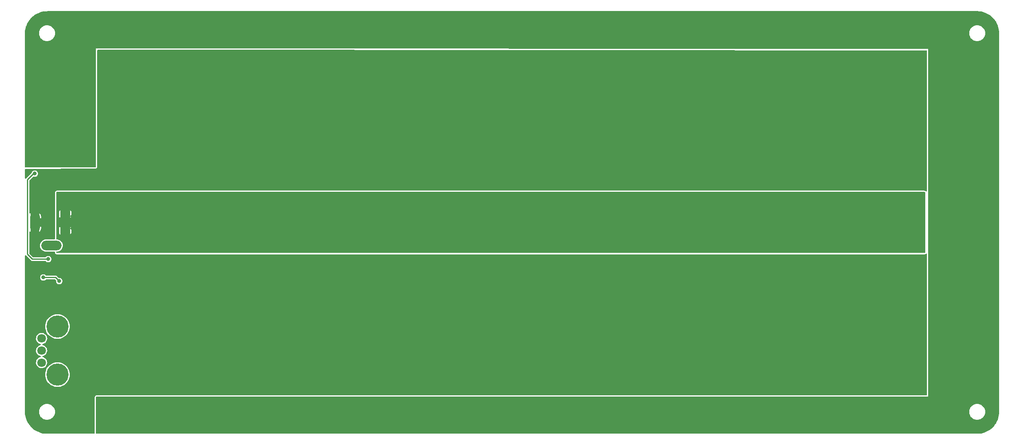
<source format=gbr>
%TF.GenerationSoftware,KiCad,Pcbnew,(6.0.11)*%
%TF.CreationDate,2023-02-06T17:53:22-08:00*%
%TF.ProjectId,GrowLight,47726f77-4c69-4676-9874-2e6b69636164,rev?*%
%TF.SameCoordinates,PX31a8670PY832b588*%
%TF.FileFunction,Copper,L2,Bot*%
%TF.FilePolarity,Positive*%
%FSLAX46Y46*%
G04 Gerber Fmt 4.6, Leading zero omitted, Abs format (unit mm)*
G04 Created by KiCad (PCBNEW (6.0.11)) date 2023-02-06 17:53:22*
%MOMM*%
%LPD*%
G01*
G04 APERTURE LIST*
%TA.AperFunction,ComponentPad*%
%ADD10R,2.000000X4.600000*%
%TD*%
%TA.AperFunction,ComponentPad*%
%ADD11O,2.000000X4.200000*%
%TD*%
%TA.AperFunction,ComponentPad*%
%ADD12O,4.200000X2.000000*%
%TD*%
%TA.AperFunction,ComponentPad*%
%ADD13C,4.600000*%
%TD*%
%TA.AperFunction,ComponentPad*%
%ADD14C,1.800000*%
%TD*%
%TA.AperFunction,ViaPad*%
%ADD15C,0.508000*%
%TD*%
%TA.AperFunction,ViaPad*%
%ADD16C,0.800000*%
%TD*%
%TA.AperFunction,Conductor*%
%ADD17C,0.254000*%
%TD*%
G04 APERTURE END LIST*
D10*
%TO.P,J1,1*%
%TO.N,/V_{LED}*%
X-1270000Y39385000D03*
D11*
%TO.P,J1,2*%
%TO.N,Earth*%
X-7570000Y39385000D03*
D12*
%TO.P,J1,3*%
%TO.N,N/C*%
X-4170000Y34585000D03*
%TD*%
D13*
%TO.P,RV1,*%
%TO.N,*%
X-2910000Y7740000D03*
X-2910000Y17740000D03*
D14*
%TO.P,RV1,1,1*%
%TO.N,Net-(D434-Pad2)*%
X-6210000Y15240000D03*
%TO.P,RV1,2,2*%
%TO.N,/Control Circuitry/THR*%
X-6210000Y12740000D03*
%TO.P,RV1,3,3*%
%TO.N,Net-(D433-Pad1)*%
X-6210000Y10240000D03*
%TD*%
D15*
%TO.N,/V_{LED}*%
X66040000Y41910000D03*
X104140000Y38100000D03*
X118110000Y36830000D03*
X119380000Y40640000D03*
X109220000Y39370000D03*
X121920000Y38100000D03*
X168910000Y38100000D03*
X170180000Y40640000D03*
X107950000Y38100000D03*
X12700000Y39370000D03*
X173990000Y40640000D03*
X57150000Y41910000D03*
X38100000Y36830000D03*
X49530000Y41910000D03*
X128270000Y39370000D03*
X8890000Y41910000D03*
X93980000Y38100000D03*
X39370000Y38100000D03*
X176530000Y36830000D03*
X2540000Y34290000D03*
X22860000Y39370000D03*
X168910000Y36830000D03*
X2540000Y36830000D03*
X19050000Y38100000D03*
X35560000Y39370000D03*
X1270000Y39370000D03*
X68580000Y38100000D03*
X76200000Y40640000D03*
X35560000Y40640000D03*
X26670000Y36830000D03*
X111760000Y40640000D03*
X60960000Y41910000D03*
X54610000Y41910000D03*
X142240000Y40640000D03*
X72390000Y36830000D03*
X71120000Y36830000D03*
X142240000Y41910000D03*
X0Y35560000D03*
X35560000Y36830000D03*
X135890000Y36830000D03*
X172720000Y36830000D03*
X69850000Y39370000D03*
X143510000Y36830000D03*
X29210000Y36830000D03*
X2540000Y39370000D03*
X93980000Y39370000D03*
X129540000Y36830000D03*
X43180000Y36830000D03*
X17780000Y38100000D03*
X144780000Y36830000D03*
X53340000Y39370000D03*
X125730000Y39370000D03*
X35560000Y41910000D03*
X54610000Y38100000D03*
X176530000Y39370000D03*
X154940000Y41910000D03*
X104140000Y39370000D03*
X153670000Y36830000D03*
X57150000Y39370000D03*
X90170000Y39370000D03*
X7620000Y38100000D03*
X11430000Y41910000D03*
X6350000Y36830000D03*
X130810000Y36830000D03*
X173990000Y41910000D03*
X3810000Y36830000D03*
X10160000Y36830000D03*
X115570000Y39370000D03*
X3810000Y40640000D03*
X11430000Y38100000D03*
X81280000Y41910000D03*
X20320000Y39370000D03*
X95250000Y40640000D03*
X148590000Y36830000D03*
X107950000Y40640000D03*
X146050000Y40640000D03*
X83820000Y38100000D03*
X68580000Y41910000D03*
X161290000Y39370000D03*
X11430000Y40640000D03*
X81280000Y38100000D03*
X93980000Y41910000D03*
X162560000Y38100000D03*
X151130000Y38100000D03*
X71120000Y40640000D03*
X77470000Y39370000D03*
X78740000Y36830000D03*
X67310000Y39370000D03*
X39370000Y41910000D03*
X162560000Y41910000D03*
X158750000Y36830000D03*
X15240000Y36830000D03*
X104140000Y41910000D03*
X139700000Y36830000D03*
X12700000Y36830000D03*
X68580000Y40640000D03*
X96520000Y41910000D03*
X149860000Y40640000D03*
X50800000Y40640000D03*
X59690000Y38100000D03*
X30480000Y41910000D03*
X21590000Y36830000D03*
X77470000Y36830000D03*
X130810000Y41910000D03*
X62230000Y40640000D03*
X152400000Y40640000D03*
X43180000Y41910000D03*
X128270000Y36830000D03*
X26670000Y40640000D03*
X171450000Y39370000D03*
X85090000Y38100000D03*
X27940000Y40640000D03*
X137160000Y39370000D03*
X134620000Y36830000D03*
X38100000Y39370000D03*
X5080000Y36830000D03*
X111760000Y38100000D03*
X156210000Y38100000D03*
X64770000Y41910000D03*
X58420000Y40640000D03*
X95250000Y36830000D03*
X130810000Y40640000D03*
X160020000Y36830000D03*
X146050000Y38100000D03*
X121920000Y36830000D03*
X45720000Y39370000D03*
X69850000Y38100000D03*
X168910000Y40640000D03*
X175260000Y39370000D03*
X21590000Y39370000D03*
X15240000Y39370000D03*
X26670000Y38100000D03*
X143510000Y39370000D03*
X92710000Y38100000D03*
X114300000Y38100000D03*
X135890000Y41910000D03*
X140970000Y36830000D03*
X116840000Y39370000D03*
X160020000Y39370000D03*
X35560000Y38100000D03*
X39370000Y39370000D03*
X0Y38100000D03*
X133350000Y41910000D03*
X29210000Y38100000D03*
X170180000Y41910000D03*
X25400000Y39370000D03*
X0Y44450000D03*
X63500000Y36830000D03*
X22860000Y40640000D03*
X80010000Y40640000D03*
X55880000Y40640000D03*
X166370000Y36830000D03*
X170180000Y36830000D03*
X125730000Y38100000D03*
X72390000Y40640000D03*
X-2540000Y44450000D03*
X110490000Y38100000D03*
X1270000Y40640000D03*
X93980000Y36830000D03*
X137160000Y40640000D03*
X24130000Y36830000D03*
X146050000Y41910000D03*
X139700000Y41910000D03*
X44450000Y41910000D03*
X83820000Y36830000D03*
X83820000Y39370000D03*
X16510000Y40640000D03*
X116840000Y36830000D03*
X3810000Y43180000D03*
X54610000Y36830000D03*
X66040000Y40640000D03*
X107950000Y39370000D03*
X139700000Y40640000D03*
X149860000Y38100000D03*
X140970000Y40640000D03*
X120650000Y38100000D03*
X152400000Y36830000D03*
X33020000Y38100000D03*
X156210000Y39370000D03*
X66040000Y36830000D03*
X158750000Y40640000D03*
X44450000Y36830000D03*
X77470000Y40640000D03*
X99060000Y36830000D03*
X44450000Y40640000D03*
X22860000Y36830000D03*
X137160000Y41910000D03*
X128270000Y41910000D03*
X50800000Y36830000D03*
X133350000Y39370000D03*
X10160000Y40640000D03*
X63500000Y41910000D03*
X21590000Y38100000D03*
X165100000Y39370000D03*
X90170000Y36830000D03*
X92710000Y39370000D03*
X154940000Y38100000D03*
X55880000Y41910000D03*
X52070000Y41910000D03*
X49530000Y39370000D03*
X97790000Y36830000D03*
X1270000Y38100000D03*
X130810000Y39370000D03*
X102870000Y36830000D03*
X128270000Y38100000D03*
X97790000Y41910000D03*
X0Y36830000D03*
X161290000Y36830000D03*
X140970000Y41910000D03*
X167640000Y39370000D03*
X2540000Y35560000D03*
X118110000Y38100000D03*
X30480000Y36830000D03*
X53340000Y38100000D03*
X106680000Y39370000D03*
X27940000Y38100000D03*
X26670000Y41910000D03*
X135890000Y39370000D03*
X87630000Y38100000D03*
X45720000Y40640000D03*
X60960000Y36830000D03*
X40640000Y36830000D03*
X91440000Y41910000D03*
X57150000Y38100000D03*
X36830000Y40640000D03*
X149860000Y41910000D03*
X110490000Y40640000D03*
X86360000Y41910000D03*
X7620000Y40640000D03*
X90170000Y41910000D03*
X63500000Y40640000D03*
X170180000Y39370000D03*
X143510000Y38100000D03*
X129540000Y39370000D03*
X173990000Y38100000D03*
X175260000Y38100000D03*
X107950000Y41910000D03*
X39370000Y40640000D03*
X114300000Y40640000D03*
X163830000Y36830000D03*
X31750000Y41910000D03*
X30480000Y40640000D03*
X78740000Y38100000D03*
X52070000Y36830000D03*
X106680000Y41910000D03*
X41910000Y39370000D03*
X90170000Y40640000D03*
X105410000Y38100000D03*
X6350000Y39370000D03*
X106680000Y40640000D03*
X40640000Y40640000D03*
X33020000Y36830000D03*
X72390000Y38100000D03*
X33020000Y40640000D03*
X66040000Y39370000D03*
X41910000Y40640000D03*
X167640000Y41910000D03*
X36830000Y38100000D03*
X5080000Y39370000D03*
X81280000Y39370000D03*
X8890000Y38100000D03*
X57150000Y36830000D03*
X110490000Y36830000D03*
X91440000Y39370000D03*
X127000000Y38100000D03*
X129540000Y41910000D03*
X53340000Y40640000D03*
X152400000Y39370000D03*
X166370000Y41910000D03*
X3810000Y41910000D03*
X73660000Y38100000D03*
X162560000Y40640000D03*
X87630000Y40640000D03*
X12700000Y40640000D03*
X161290000Y38100000D03*
X2540000Y43180000D03*
X-1270000Y44450000D03*
X68580000Y39370000D03*
X134620000Y39370000D03*
X132080000Y40640000D03*
X8890000Y39370000D03*
X66040000Y38100000D03*
X1270000Y41910000D03*
X11430000Y36830000D03*
X25400000Y40640000D03*
X106680000Y38100000D03*
X156210000Y40640000D03*
X48260000Y41910000D03*
X74930000Y38100000D03*
X46990000Y36830000D03*
X5080000Y38100000D03*
X163830000Y41910000D03*
X105410000Y40640000D03*
X146050000Y39370000D03*
X114300000Y36830000D03*
X76200000Y38100000D03*
X173990000Y36830000D03*
X43180000Y39370000D03*
X148590000Y39370000D03*
X110490000Y41910000D03*
X33020000Y39370000D03*
X111760000Y41910000D03*
X59690000Y39370000D03*
X123190000Y41910000D03*
X22860000Y38100000D03*
X96520000Y39370000D03*
X82550000Y38100000D03*
X175260000Y41910000D03*
X24130000Y39370000D03*
X120650000Y40640000D03*
X16510000Y41910000D03*
X54610000Y40640000D03*
X114300000Y39370000D03*
X158750000Y39370000D03*
X6350000Y38100000D03*
X7620000Y41910000D03*
X87630000Y39370000D03*
X10160000Y38100000D03*
X86360000Y39370000D03*
X107950000Y36830000D03*
X34290000Y40640000D03*
X15240000Y41910000D03*
X21590000Y40640000D03*
X19050000Y40640000D03*
X10160000Y41910000D03*
X123190000Y36830000D03*
X16510000Y38100000D03*
X96520000Y38100000D03*
X50800000Y38100000D03*
X30480000Y38100000D03*
X173990000Y39370000D03*
X109220000Y41910000D03*
X132080000Y41910000D03*
X34290000Y38100000D03*
X31750000Y38100000D03*
X133350000Y38100000D03*
X156210000Y36830000D03*
X33020000Y41910000D03*
X5080000Y41910000D03*
X176530000Y41910000D03*
X17780000Y39370000D03*
X102870000Y39370000D03*
X60960000Y39370000D03*
X12700000Y41910000D03*
X123190000Y38100000D03*
X81280000Y40640000D03*
X49530000Y36830000D03*
X118110000Y39370000D03*
X27940000Y41910000D03*
X7620000Y39370000D03*
X153670000Y40640000D03*
X99060000Y41910000D03*
X101600000Y41910000D03*
X147320000Y36830000D03*
X6350000Y40640000D03*
X148590000Y41910000D03*
X134620000Y38100000D03*
X142240000Y39370000D03*
X137160000Y36830000D03*
X3810000Y35560000D03*
X123190000Y39370000D03*
X172720000Y39370000D03*
X43180000Y40640000D03*
X161290000Y41910000D03*
X53340000Y36830000D03*
X45720000Y41910000D03*
X143510000Y40640000D03*
X63500000Y39370000D03*
X171450000Y41910000D03*
X73660000Y39370000D03*
X71120000Y39370000D03*
X13970000Y38100000D03*
X118110000Y41910000D03*
X59690000Y36830000D03*
X119380000Y36830000D03*
X74930000Y41910000D03*
X125730000Y36830000D03*
X40640000Y41910000D03*
X48260000Y38100000D03*
X46990000Y40640000D03*
X60960000Y40640000D03*
X123190000Y40640000D03*
X171450000Y40640000D03*
X142240000Y38100000D03*
X119380000Y39370000D03*
X77470000Y41910000D03*
X167640000Y38100000D03*
X125730000Y40640000D03*
X121920000Y41910000D03*
X166370000Y39370000D03*
X176530000Y40640000D03*
X162560000Y36830000D03*
X67310000Y36830000D03*
X170180000Y38100000D03*
X132080000Y39370000D03*
X100330000Y40640000D03*
X97790000Y38100000D03*
X175260000Y40640000D03*
X161290000Y40640000D03*
X163830000Y39370000D03*
X55880000Y36830000D03*
X-1270000Y43180000D03*
X99060000Y40640000D03*
X15240000Y40640000D03*
X151130000Y40640000D03*
X74930000Y36830000D03*
X121920000Y40640000D03*
X82550000Y36830000D03*
X87630000Y41910000D03*
X55880000Y38100000D03*
X92710000Y36830000D03*
X48260000Y39370000D03*
X105410000Y41910000D03*
X76200000Y36830000D03*
X80010000Y41910000D03*
X25400000Y38100000D03*
X12700000Y38100000D03*
X20320000Y40640000D03*
X29210000Y41910000D03*
X127000000Y41910000D03*
X41910000Y38100000D03*
X99060000Y38100000D03*
X62230000Y36830000D03*
X172720000Y38100000D03*
X134620000Y41910000D03*
X154940000Y36830000D03*
X115570000Y40640000D03*
X73660000Y41910000D03*
X13970000Y39370000D03*
X82550000Y39370000D03*
X102870000Y38100000D03*
X1270000Y35560000D03*
X0Y40640000D03*
X101600000Y40640000D03*
X96520000Y40640000D03*
X85090000Y40640000D03*
X101600000Y38100000D03*
X78740000Y40640000D03*
X105410000Y39370000D03*
X34290000Y36830000D03*
X20320000Y36830000D03*
X140970000Y39370000D03*
X31750000Y40640000D03*
X3810000Y38100000D03*
X16510000Y36830000D03*
X74930000Y40640000D03*
X80010000Y39370000D03*
X45720000Y36830000D03*
X7620000Y36830000D03*
X124460000Y41910000D03*
X81280000Y36830000D03*
X15240000Y38100000D03*
X134620000Y40640000D03*
X24130000Y41910000D03*
X127000000Y36830000D03*
X147320000Y39370000D03*
X24130000Y38100000D03*
X85090000Y39370000D03*
X100330000Y39370000D03*
X104140000Y36830000D03*
X120650000Y41910000D03*
X64770000Y39370000D03*
X129540000Y38100000D03*
X127000000Y40640000D03*
X175260000Y36830000D03*
X93980000Y40640000D03*
X20320000Y38100000D03*
X138430000Y38100000D03*
X40640000Y38100000D03*
X111760000Y36830000D03*
X62230000Y41910000D03*
X147320000Y40640000D03*
X10160000Y39370000D03*
X147320000Y41910000D03*
X3810000Y39370000D03*
X29210000Y39370000D03*
X2540000Y44450000D03*
X139700000Y39370000D03*
X72390000Y39370000D03*
X165100000Y36830000D03*
X109220000Y38100000D03*
X5080000Y44450000D03*
X24130000Y40640000D03*
X64770000Y36830000D03*
X27940000Y36830000D03*
X11430000Y39370000D03*
X5080000Y43180000D03*
X19050000Y39370000D03*
X113030000Y41910000D03*
X43180000Y38100000D03*
X165100000Y38100000D03*
X46990000Y41910000D03*
X124460000Y38100000D03*
X138430000Y40640000D03*
X41910000Y41910000D03*
X60960000Y38100000D03*
X69850000Y41910000D03*
X163830000Y40640000D03*
X76200000Y39370000D03*
X46990000Y38100000D03*
X58420000Y36830000D03*
X17780000Y41910000D03*
X46990000Y39370000D03*
X116840000Y40640000D03*
X95250000Y39370000D03*
X109220000Y40640000D03*
X119380000Y41910000D03*
X156210000Y41910000D03*
X13970000Y36830000D03*
X106680000Y36830000D03*
X114300000Y41910000D03*
X1270000Y43180000D03*
X151130000Y41910000D03*
X86360000Y38100000D03*
X113030000Y40640000D03*
X0Y34290000D03*
X132080000Y36830000D03*
X129540000Y40640000D03*
X73660000Y36830000D03*
X151130000Y39370000D03*
X76200000Y41910000D03*
X77470000Y38100000D03*
X95250000Y41910000D03*
X148590000Y38100000D03*
X165100000Y41910000D03*
X22860000Y41910000D03*
X20320000Y41910000D03*
X120650000Y36830000D03*
X154940000Y40640000D03*
X168910000Y39370000D03*
X13970000Y40640000D03*
X132080000Y38100000D03*
X135890000Y40640000D03*
X113030000Y38100000D03*
X153670000Y41910000D03*
X133350000Y40640000D03*
X153670000Y38100000D03*
X50800000Y41910000D03*
X166370000Y38100000D03*
X139700000Y38100000D03*
X71120000Y41910000D03*
X58420000Y39370000D03*
X144780000Y38100000D03*
X17780000Y40640000D03*
X95250000Y38100000D03*
X109220000Y36830000D03*
X82550000Y40640000D03*
X149860000Y39370000D03*
X21590000Y41910000D03*
X119380000Y38100000D03*
X118110000Y40640000D03*
X29210000Y40640000D03*
X121920000Y39370000D03*
X113030000Y39370000D03*
X115570000Y38100000D03*
X85090000Y41910000D03*
X157480000Y40640000D03*
X44450000Y38100000D03*
X167640000Y36830000D03*
X25400000Y41910000D03*
X101600000Y39370000D03*
X54610000Y39370000D03*
X17780000Y36830000D03*
X160020000Y41910000D03*
X138430000Y41910000D03*
X176530000Y38100000D03*
X80010000Y38100000D03*
X64770000Y40640000D03*
X88900000Y36830000D03*
X115570000Y41910000D03*
X49530000Y38100000D03*
X133350000Y36830000D03*
X91440000Y40640000D03*
X26670000Y39370000D03*
X128270000Y40640000D03*
X115570000Y36830000D03*
X3810000Y44450000D03*
X-2540000Y43180000D03*
X34290000Y39370000D03*
X72390000Y41910000D03*
X88900000Y40640000D03*
X86360000Y36830000D03*
X163830000Y38100000D03*
X110490000Y39370000D03*
X167640000Y40640000D03*
X120650000Y39370000D03*
X73660000Y40640000D03*
X137160000Y38100000D03*
X144780000Y41910000D03*
X19050000Y36830000D03*
X105410000Y36830000D03*
X88900000Y38100000D03*
X74930000Y39370000D03*
X157480000Y38100000D03*
X49530000Y40640000D03*
X91440000Y38100000D03*
X151130000Y36830000D03*
X50800000Y39370000D03*
X157480000Y39370000D03*
X160020000Y38100000D03*
X135890000Y38100000D03*
X8890000Y36830000D03*
X58420000Y38100000D03*
X138430000Y39370000D03*
X27940000Y39370000D03*
X83820000Y41910000D03*
X116840000Y38100000D03*
X1270000Y36830000D03*
X160020000Y40640000D03*
X52070000Y39370000D03*
X97790000Y39370000D03*
X31750000Y36830000D03*
X0Y43180000D03*
X38100000Y40640000D03*
X130810000Y38100000D03*
X80010000Y36830000D03*
X143510000Y41910000D03*
X59690000Y41910000D03*
X113030000Y36830000D03*
X144780000Y40640000D03*
X5080000Y40640000D03*
X127000000Y39370000D03*
X99060000Y39370000D03*
X48260000Y40640000D03*
X3810000Y34290000D03*
X168910000Y41910000D03*
X8890000Y40640000D03*
X38100000Y38100000D03*
X63500000Y38100000D03*
X158750000Y38100000D03*
X124460000Y40640000D03*
X34290000Y41910000D03*
X69850000Y36830000D03*
X100330000Y36830000D03*
X59690000Y40640000D03*
X116840000Y41910000D03*
X48260000Y36830000D03*
X62230000Y38100000D03*
X171450000Y38100000D03*
X2540000Y40640000D03*
X36830000Y41910000D03*
X71120000Y38100000D03*
X30480000Y39370000D03*
X124460000Y36830000D03*
X152400000Y41910000D03*
X162560000Y39370000D03*
D16*
X-5842000Y27940000D03*
D15*
X87630000Y36830000D03*
X44450000Y39370000D03*
X58420000Y41910000D03*
X0Y41910000D03*
X53340000Y41910000D03*
X142240000Y36830000D03*
X92710000Y40640000D03*
X111760000Y39370000D03*
X62230000Y39370000D03*
X124460000Y39370000D03*
X67310000Y40640000D03*
X104140000Y40640000D03*
X82550000Y41910000D03*
X158750000Y41910000D03*
X16510000Y39370000D03*
X52070000Y40640000D03*
X138430000Y36830000D03*
X172720000Y41910000D03*
X157480000Y41910000D03*
X36830000Y39370000D03*
X144780000Y39370000D03*
X40640000Y39370000D03*
X149860000Y36830000D03*
X166370000Y40640000D03*
X5080000Y35560000D03*
X102870000Y41910000D03*
X2540000Y41910000D03*
X55880000Y39370000D03*
X102870000Y40640000D03*
X-1270000Y34290000D03*
X91440000Y36830000D03*
X101600000Y36830000D03*
X5080000Y34290000D03*
X172720000Y40640000D03*
X2540000Y38100000D03*
X88900000Y41910000D03*
X100330000Y38100000D03*
X31750000Y39370000D03*
X97790000Y40640000D03*
X153670000Y39370000D03*
X85090000Y36830000D03*
X100330000Y41910000D03*
X148590000Y40640000D03*
X67310000Y38100000D03*
X19050000Y41910000D03*
X57150000Y40640000D03*
X-1270000Y35560000D03*
X13970000Y41910000D03*
X1270000Y34290000D03*
X83820000Y40640000D03*
X0Y39370000D03*
X41910000Y36830000D03*
X96520000Y36830000D03*
X165100000Y40640000D03*
X38100000Y41910000D03*
X88900000Y39370000D03*
X125730000Y41910000D03*
X146050000Y36830000D03*
X154940000Y39370000D03*
X52070000Y38100000D03*
X140970000Y38100000D03*
X69850000Y40640000D03*
X90170000Y38100000D03*
X36830000Y36830000D03*
D16*
X-2540000Y27178000D03*
D15*
X78740000Y41910000D03*
X67310000Y41910000D03*
X78740000Y39370000D03*
X147320000Y38100000D03*
X45720000Y38100000D03*
X39370000Y36830000D03*
X152400000Y38100000D03*
X25400000Y36830000D03*
X86360000Y40640000D03*
X92710000Y41910000D03*
X64770000Y38100000D03*
X68580000Y36830000D03*
X157480000Y36830000D03*
X171450000Y36830000D03*
X6350000Y41910000D03*
X1270000Y44450000D03*
%TO.N,Earth*%
X-6350000Y45720000D03*
X-6350000Y33020000D03*
X5080000Y49530000D03*
X-5080000Y41910000D03*
X-6350000Y41910000D03*
X-7620000Y36830000D03*
X-5080000Y38100000D03*
X5080000Y46990000D03*
X-5080000Y45720000D03*
X-3810000Y45720000D03*
X-7620000Y41910000D03*
X3810000Y48260000D03*
X-3810000Y39370000D03*
X-5080000Y33020000D03*
X3810000Y46990000D03*
X5080000Y48260000D03*
X-3810000Y43180000D03*
X-6350000Y36830000D03*
X-7620000Y35560000D03*
X-3810000Y40640000D03*
X-5080000Y44450000D03*
X-7620000Y33020000D03*
X-6350000Y44450000D03*
X-5080000Y43180000D03*
X-7620000Y45720000D03*
X-3810000Y38100000D03*
X-7620000Y43180000D03*
X-7620000Y44450000D03*
X-3810000Y41910000D03*
X3810000Y49530000D03*
X-5080000Y36830000D03*
X-7620000Y34290000D03*
X-5080000Y39370000D03*
X-6350000Y43180000D03*
X-3810000Y36830000D03*
X-3810000Y33020000D03*
X-5080000Y40640000D03*
X-3810000Y44450000D03*
D16*
%TO.N,/Control Circuitry/CTRL*%
X-7620000Y49548212D03*
X-4826000Y31750000D03*
D15*
%TO.N,/LED Grid/CATHODE*%
X-3810000Y58420000D03*
X110490000Y-2540000D03*
X190500000Y46990000D03*
X176530000Y1270000D03*
X132080000Y78740000D03*
X49530000Y82550000D03*
X19050000Y0D03*
X135890000Y-2540000D03*
X185420000Y59690000D03*
X187960000Y76200000D03*
X-1270000Y59690000D03*
X13970000Y-3810000D03*
X130810000Y78740000D03*
X185420000Y38100000D03*
X-5080000Y82550000D03*
X149860000Y82550000D03*
X72390000Y-1270000D03*
X187960000Y48260000D03*
X59690000Y0D03*
X109220000Y80010000D03*
X-8890000Y54610000D03*
X179070000Y30480000D03*
X184150000Y74930000D03*
X121920000Y-3810000D03*
X130810000Y-1270000D03*
X185420000Y58420000D03*
X73660000Y-2540000D03*
X21590000Y78740000D03*
X187960000Y26670000D03*
X104140000Y-3810000D03*
X73660000Y0D03*
X3810000Y52070000D03*
X105410000Y0D03*
X189230000Y76200000D03*
X31750000Y81280000D03*
X185420000Y21590000D03*
X186690000Y74930000D03*
X87630000Y-2540000D03*
X156210000Y-3810000D03*
X39370000Y-1270000D03*
X190500000Y39370000D03*
X179070000Y52070000D03*
X181610000Y78740000D03*
X191770000Y8890000D03*
X-1270000Y77470000D03*
X185420000Y40640000D03*
X46990000Y78740000D03*
X105410000Y78740000D03*
X137160000Y-3810000D03*
X184150000Y7620000D03*
X55880000Y80010000D03*
X191770000Y72390000D03*
X190500000Y43180000D03*
X0Y72390000D03*
X191770000Y35560000D03*
X69850000Y82550000D03*
X176530000Y78740000D03*
X-8890000Y69850000D03*
X185420000Y77470000D03*
X-8890000Y72390000D03*
X64770000Y-1270000D03*
X189230000Y58420000D03*
X59690000Y81280000D03*
X135890000Y82550000D03*
X90170000Y-3810000D03*
X180340000Y-2540000D03*
X138430000Y-2540000D03*
X184150000Y33020000D03*
X2540000Y68580000D03*
X38100000Y0D03*
X185420000Y35560000D03*
X44450000Y78740000D03*
X105410000Y-1270000D03*
X71120000Y78740000D03*
X82550000Y78740000D03*
X76200000Y80010000D03*
X189230000Y50800000D03*
X189230000Y45720000D03*
X64770000Y0D03*
X189230000Y5080000D03*
X135890000Y78740000D03*
X190500000Y63500000D03*
X134620000Y0D03*
X190500000Y0D03*
X179070000Y64770000D03*
X52070000Y-2540000D03*
X109220000Y0D03*
X1270000Y74930000D03*
X190500000Y6350000D03*
X189230000Y21590000D03*
X6350000Y76200000D03*
X100330000Y-2540000D03*
X115570000Y-3810000D03*
X107950000Y-1270000D03*
X156210000Y0D03*
X181610000Y81280000D03*
X78740000Y-3810000D03*
X179070000Y57150000D03*
X180340000Y29210000D03*
X38100000Y78740000D03*
X184150000Y29210000D03*
X57150000Y-3810000D03*
X-2540000Y66040000D03*
X-6350000Y68580000D03*
X158750000Y78740000D03*
X189230000Y-2540000D03*
X68580000Y82550000D03*
X190500000Y22860000D03*
X142240000Y78740000D03*
X182880000Y17780000D03*
X182880000Y77470000D03*
X-2540000Y55880000D03*
X190500000Y77470000D03*
X191770000Y34290000D03*
X96520000Y82550000D03*
X93980000Y82550000D03*
X186690000Y82550000D03*
X181610000Y30480000D03*
X182880000Y73660000D03*
X189230000Y71120000D03*
X82550000Y80010000D03*
X111760000Y-3810000D03*
X22860000Y82550000D03*
X62230000Y0D03*
X16510000Y-1270000D03*
X132080000Y-3810000D03*
X133350000Y-3810000D03*
X109220000Y-3810000D03*
X7620000Y81280000D03*
X93980000Y-3810000D03*
X153670000Y81280000D03*
X116840000Y-3810000D03*
X-6350000Y54610000D03*
X184150000Y58420000D03*
X184150000Y19050000D03*
X-6350000Y58420000D03*
X99060000Y-2540000D03*
X166370000Y0D03*
X182880000Y27940000D03*
X21590000Y-2540000D03*
X181610000Y27940000D03*
X180340000Y66040000D03*
X10160000Y82550000D03*
X190500000Y71120000D03*
X187960000Y66040000D03*
X5080000Y77470000D03*
X172720000Y-2540000D03*
X93980000Y-1270000D03*
X189230000Y74930000D03*
X96520000Y80010000D03*
X186690000Y22860000D03*
X187960000Y15240000D03*
X185420000Y5080000D03*
X3810000Y63500000D03*
X189230000Y29210000D03*
X179070000Y77470000D03*
X17780000Y82550000D03*
X190500000Y60960000D03*
X78740000Y0D03*
X43180000Y81280000D03*
X187960000Y12700000D03*
X181610000Y15240000D03*
X158750000Y0D03*
X160020000Y-3810000D03*
X95250000Y-1270000D03*
X46990000Y0D03*
X162560000Y-3810000D03*
X-6350000Y59690000D03*
X3810000Y62230000D03*
X187960000Y30480000D03*
X132080000Y82550000D03*
X45720000Y82550000D03*
X45720000Y81280000D03*
X180340000Y73660000D03*
X-6350000Y66040000D03*
X48260000Y-1270000D03*
X173990000Y81280000D03*
X123190000Y0D03*
X191770000Y49530000D03*
X16510000Y78740000D03*
X177800000Y81280000D03*
X134620000Y78740000D03*
X134620000Y-1270000D03*
X184150000Y64770000D03*
X97790000Y78740000D03*
X166370000Y-2540000D03*
X184150000Y60960000D03*
X189230000Y34290000D03*
X-5080000Y72390000D03*
X66040000Y0D03*
X191770000Y46990000D03*
X184150000Y50800000D03*
X-6350000Y72390000D03*
X30480000Y82550000D03*
X189230000Y10160000D03*
X19050000Y-2540000D03*
X186690000Y66040000D03*
X2540000Y71120000D03*
X185420000Y80010000D03*
X186690000Y72390000D03*
X123190000Y78740000D03*
X48260000Y-3810000D03*
X40640000Y82550000D03*
X53340000Y-1270000D03*
X186690000Y41910000D03*
X182880000Y16510000D03*
X182880000Y57150000D03*
X-2540000Y67310000D03*
X180340000Y45720000D03*
X3810000Y60960000D03*
X191770000Y36830000D03*
X165100000Y78740000D03*
X180340000Y52070000D03*
X35560000Y81280000D03*
X96520000Y-3810000D03*
X176530000Y-2540000D03*
X44450000Y82550000D03*
X-3810000Y55880000D03*
X186690000Y19050000D03*
X100330000Y80010000D03*
X106680000Y78740000D03*
X165100000Y80010000D03*
X-2540000Y73660000D03*
X53340000Y80010000D03*
X-2540000Y77470000D03*
X120650000Y-2540000D03*
X46990000Y-2540000D03*
X-8890000Y64770000D03*
X-3810000Y67310000D03*
X191770000Y38100000D03*
X190500000Y15240000D03*
X123190000Y82550000D03*
X180340000Y67310000D03*
X180340000Y31750000D03*
X167640000Y0D03*
X57150000Y-1270000D03*
X189230000Y33020000D03*
X175260000Y-3810000D03*
X186690000Y60960000D03*
X-1270000Y72390000D03*
X16510000Y81280000D03*
X81280000Y-2540000D03*
X191770000Y59690000D03*
X0Y53340000D03*
X187960000Y13970000D03*
X-2540000Y53340000D03*
X82550000Y-1270000D03*
X58420000Y82550000D03*
X3810000Y72390000D03*
X185420000Y12700000D03*
X1270000Y81280000D03*
X153670000Y0D03*
X181610000Y16510000D03*
X184150000Y53340000D03*
X184150000Y63500000D03*
X53340000Y82550000D03*
X171450000Y0D03*
X189230000Y16510000D03*
X13970000Y-1270000D03*
X-2540000Y63500000D03*
X-3810000Y54610000D03*
X3810000Y76200000D03*
X187960000Y-2540000D03*
X92710000Y-1270000D03*
X182880000Y48260000D03*
X83820000Y-2540000D03*
X30480000Y80010000D03*
X-5080000Y66040000D03*
X184150000Y46990000D03*
X36830000Y-1270000D03*
X187960000Y27940000D03*
X43180000Y-1270000D03*
X31750000Y-3810000D03*
X118110000Y0D03*
X19050000Y81280000D03*
X190500000Y68580000D03*
X123190000Y81280000D03*
X185420000Y36830000D03*
X143510000Y80010000D03*
X17780000Y0D03*
X121920000Y-2540000D03*
X180340000Y17780000D03*
X-8890000Y52070000D03*
X57150000Y81280000D03*
X68580000Y80010000D03*
X179070000Y67310000D03*
X190500000Y29210000D03*
X190500000Y52070000D03*
X170180000Y82550000D03*
X179070000Y66040000D03*
X2540000Y55880000D03*
X36830000Y80010000D03*
X181610000Y67310000D03*
X191770000Y16510000D03*
X148590000Y78740000D03*
X189230000Y6350000D03*
X134620000Y82550000D03*
X146050000Y0D03*
X69850000Y78740000D03*
X104140000Y78740000D03*
X127000000Y78740000D03*
X180340000Y38100000D03*
X191770000Y29210000D03*
X182880000Y69850000D03*
X54610000Y-1270000D03*
X182880000Y62230000D03*
X21590000Y0D03*
X182880000Y35560000D03*
X-8890000Y55880000D03*
X-3810000Y73660000D03*
X87630000Y78740000D03*
X59690000Y82550000D03*
X179070000Y48260000D03*
X109220000Y81280000D03*
X118110000Y82550000D03*
X29210000Y-2540000D03*
X-1270000Y67310000D03*
X33020000Y82550000D03*
X179070000Y2540000D03*
X189230000Y46990000D03*
X2540000Y77470000D03*
X121920000Y-1270000D03*
X157480000Y-1270000D03*
X190500000Y78740000D03*
X175260000Y81280000D03*
X181610000Y82550000D03*
X166370000Y81280000D03*
X127000000Y81280000D03*
X21590000Y81280000D03*
X81280000Y-3810000D03*
X91440000Y-1270000D03*
X11430000Y78740000D03*
X185420000Y15240000D03*
X77470000Y81280000D03*
X185420000Y73660000D03*
X179070000Y3810000D03*
X20320000Y-2540000D03*
X109220000Y-1270000D03*
X190500000Y81280000D03*
X85090000Y-2540000D03*
X72390000Y80010000D03*
X8890000Y-1270000D03*
X105410000Y-3810000D03*
X116840000Y81280000D03*
X133350000Y-1270000D03*
X114300000Y-1270000D03*
X149860000Y-3810000D03*
X189230000Y35560000D03*
X190500000Y13970000D03*
X55880000Y81280000D03*
X3810000Y67310000D03*
X181610000Y6350000D03*
X106680000Y-2540000D03*
X-5080000Y53340000D03*
X186690000Y63500000D03*
X130810000Y82550000D03*
X191770000Y22860000D03*
X181610000Y44450000D03*
X187960000Y21590000D03*
X176530000Y-1270000D03*
X184150000Y43180000D03*
X-3810000Y69850000D03*
X185420000Y78740000D03*
X179070000Y60960000D03*
X182880000Y1270000D03*
X187960000Y11430000D03*
X2540000Y64770000D03*
X182880000Y81280000D03*
X179070000Y58420000D03*
X180340000Y63500000D03*
X170180000Y81280000D03*
X3810000Y53340000D03*
X190500000Y26670000D03*
X92710000Y0D03*
X189230000Y64770000D03*
X170180000Y-2540000D03*
X25400000Y78740000D03*
X27940000Y80010000D03*
X45720000Y78740000D03*
X1270000Y59690000D03*
X179070000Y39370000D03*
X16510000Y0D03*
X176530000Y-3810000D03*
X97790000Y-3810000D03*
X182880000Y31750000D03*
X185420000Y39370000D03*
X184150000Y17780000D03*
X189230000Y26670000D03*
X81280000Y82550000D03*
X140970000Y-3810000D03*
X189230000Y30480000D03*
X182880000Y-2540000D03*
X139700000Y80010000D03*
X191770000Y17780000D03*
X184150000Y11430000D03*
X187960000Y17780000D03*
X144780000Y0D03*
X-1270000Y74930000D03*
X20320000Y78740000D03*
X189230000Y2540000D03*
X133350000Y82550000D03*
X25400000Y-2540000D03*
X54610000Y0D03*
X120650000Y82550000D03*
X191770000Y71120000D03*
X82550000Y0D03*
X50800000Y-2540000D03*
X132080000Y-2540000D03*
X50800000Y-1270000D03*
X180340000Y74930000D03*
X179070000Y54610000D03*
X125730000Y82550000D03*
X92710000Y-3810000D03*
X134620000Y80010000D03*
X184150000Y31750000D03*
X191770000Y27940000D03*
X179070000Y80010000D03*
X147320000Y-3810000D03*
X1270000Y53340000D03*
X57150000Y80010000D03*
X173990000Y0D03*
X182880000Y76200000D03*
X109220000Y-2540000D03*
X58420000Y78740000D03*
X-5080000Y62230000D03*
X91440000Y82550000D03*
X190500000Y7620000D03*
X185420000Y27940000D03*
X54610000Y-2540000D03*
X-5080000Y69850000D03*
X-3810000Y76200000D03*
X154940000Y0D03*
X185420000Y30480000D03*
X76200000Y81280000D03*
X153670000Y78740000D03*
X-2540000Y60960000D03*
X139700000Y78740000D03*
X163830000Y-3810000D03*
X27940000Y-3810000D03*
X55880000Y82550000D03*
X97790000Y82550000D03*
X17780000Y78740000D03*
X127000000Y0D03*
X20320000Y-3810000D03*
X185420000Y25400000D03*
X41910000Y0D03*
X184150000Y36830000D03*
X95250000Y-3810000D03*
X190500000Y74930000D03*
X-7620000Y74930000D03*
X189230000Y19050000D03*
X106680000Y80010000D03*
X185420000Y63500000D03*
X-1270000Y60960000D03*
X0Y81280000D03*
X182880000Y24130000D03*
X179070000Y19050000D03*
X29210000Y-3810000D03*
X191770000Y73660000D03*
X179070000Y36830000D03*
X191770000Y45720000D03*
X95250000Y80010000D03*
X24130000Y-1270000D03*
X124460000Y78740000D03*
X90170000Y0D03*
X187960000Y20320000D03*
X33020000Y-3810000D03*
X135890000Y-1270000D03*
X184150000Y21590000D03*
X179070000Y12700000D03*
X104140000Y81280000D03*
X3810000Y78740000D03*
X30480000Y-3810000D03*
X60960000Y-3810000D03*
X181610000Y26670000D03*
X107950000Y80010000D03*
X142240000Y0D03*
X99060000Y78740000D03*
X55880000Y78740000D03*
X101600000Y0D03*
X85090000Y78740000D03*
X144780000Y78740000D03*
X186690000Y26670000D03*
X179070000Y31750000D03*
X71120000Y81280000D03*
X-8890000Y78740000D03*
X177800000Y-2540000D03*
X76200000Y78740000D03*
X181610000Y43180000D03*
X-2540000Y59690000D03*
X180340000Y68580000D03*
X80010000Y-1270000D03*
X173990000Y-3810000D03*
X-8890000Y76200000D03*
X77470000Y-3810000D03*
X191770000Y31750000D03*
X124460000Y81280000D03*
X-8890000Y58420000D03*
X189230000Y-3810000D03*
X1270000Y80010000D03*
X185420000Y2540000D03*
X184150000Y1270000D03*
X59690000Y78740000D03*
X179070000Y29210000D03*
X184150000Y62230000D03*
X62230000Y-3810000D03*
X138430000Y0D03*
X41910000Y81280000D03*
X43180000Y0D03*
X100330000Y78740000D03*
X186690000Y-2540000D03*
X176530000Y82550000D03*
X191770000Y12700000D03*
X129540000Y78740000D03*
X115570000Y80010000D03*
X62230000Y-2540000D03*
X104140000Y82550000D03*
X152400000Y-3810000D03*
X24130000Y78740000D03*
X25400000Y-1270000D03*
X191770000Y13970000D03*
X186690000Y25400000D03*
X41910000Y80010000D03*
X184150000Y52070000D03*
X96520000Y81280000D03*
X-6350000Y63500000D03*
X152400000Y-2540000D03*
X119380000Y-1270000D03*
X125730000Y-2540000D03*
X2540000Y82550000D03*
X149860000Y0D03*
X64770000Y80010000D03*
X152400000Y78740000D03*
X146050000Y-3810000D03*
X186690000Y52070000D03*
X46990000Y81280000D03*
X102870000Y81280000D03*
X152400000Y80010000D03*
X172720000Y-1270000D03*
X-2540000Y58420000D03*
X2540000Y72390000D03*
X189230000Y24130000D03*
X22860000Y-3810000D03*
X12700000Y0D03*
X49530000Y-3810000D03*
X52070000Y-1270000D03*
X60960000Y-1270000D03*
X189230000Y25400000D03*
X186690000Y55880000D03*
X147320000Y-1270000D03*
X90170000Y78740000D03*
X21590000Y-1270000D03*
X161290000Y82550000D03*
X139700000Y-2540000D03*
X157480000Y82550000D03*
X179070000Y69850000D03*
X190500000Y54610000D03*
X185420000Y50800000D03*
X186690000Y53340000D03*
X187960000Y49530000D03*
X92710000Y82550000D03*
X-3810000Y60960000D03*
X180340000Y55880000D03*
X180340000Y22860000D03*
X162560000Y82550000D03*
X-8890000Y66040000D03*
X17780000Y-2540000D03*
X-3810000Y53340000D03*
X186690000Y12700000D03*
X0Y77470000D03*
X191770000Y21590000D03*
X129540000Y82550000D03*
X12700000Y82550000D03*
X88900000Y82550000D03*
X3810000Y54610000D03*
X90170000Y-2540000D03*
X50800000Y82550000D03*
X181610000Y45720000D03*
X162560000Y80010000D03*
X185420000Y62230000D03*
X3810000Y57150000D03*
X31750000Y78740000D03*
X191770000Y40640000D03*
X-1270000Y58420000D03*
X182880000Y78740000D03*
X120650000Y81280000D03*
X184150000Y35560000D03*
X172720000Y0D03*
X187960000Y72390000D03*
X-3810000Y63500000D03*
X22860000Y81280000D03*
X181610000Y8890000D03*
X99060000Y-1270000D03*
X97790000Y-1270000D03*
X153670000Y-3810000D03*
X27940000Y0D03*
X186690000Y71120000D03*
X-6350000Y73660000D03*
X38100000Y82550000D03*
X58420000Y-2540000D03*
X0Y52070000D03*
X185420000Y7620000D03*
X181610000Y11430000D03*
X35560000Y82550000D03*
X185420000Y8890000D03*
X185420000Y11430000D03*
X185420000Y72390000D03*
X144780000Y-3810000D03*
X77470000Y-2540000D03*
X93980000Y81280000D03*
X189230000Y81280000D03*
X8890000Y-3810000D03*
X186690000Y50800000D03*
X-1270000Y54610000D03*
X85090000Y80010000D03*
X181610000Y38100000D03*
X68580000Y81280000D03*
X102870000Y0D03*
X181610000Y46990000D03*
X186690000Y27940000D03*
X20320000Y-1270000D03*
X128270000Y0D03*
X7620000Y-3810000D03*
X6350000Y78740000D03*
X191770000Y33020000D03*
X142240000Y-3810000D03*
X73660000Y81280000D03*
X85090000Y81280000D03*
X186690000Y30480000D03*
X91440000Y-2540000D03*
X0Y68580000D03*
X190500000Y72390000D03*
X66040000Y-1270000D03*
X130810000Y81280000D03*
X54610000Y82550000D03*
X118110000Y78740000D03*
X104140000Y80010000D03*
X187960000Y8890000D03*
X167640000Y-1270000D03*
X13970000Y78740000D03*
X20320000Y81280000D03*
X101600000Y78740000D03*
X147320000Y-2540000D03*
X43180000Y82550000D03*
X60960000Y0D03*
X68580000Y-2540000D03*
X76200000Y82550000D03*
X1270000Y72390000D03*
X0Y57150000D03*
X179070000Y22860000D03*
X161290000Y80010000D03*
X161290000Y81280000D03*
X-7620000Y52070000D03*
X1270000Y57150000D03*
X186690000Y64770000D03*
X124460000Y-2540000D03*
X62230000Y-1270000D03*
X68580000Y-1270000D03*
X191770000Y68580000D03*
X177800000Y77470000D03*
X171450000Y78740000D03*
X180340000Y2540000D03*
X118110000Y-1270000D03*
X184150000Y49530000D03*
X34290000Y78740000D03*
X34290000Y81280000D03*
X87630000Y-1270000D03*
X190500000Y48260000D03*
X191770000Y76200000D03*
X177800000Y82550000D03*
X181610000Y71120000D03*
X54610000Y80010000D03*
X171450000Y-1270000D03*
X-3810000Y64770000D03*
X189230000Y27940000D03*
X55880000Y-2540000D03*
X69850000Y0D03*
X104140000Y-2540000D03*
X41910000Y-1270000D03*
X167640000Y80010000D03*
X186690000Y3810000D03*
X190500000Y8890000D03*
X113030000Y-1270000D03*
X101600000Y-2540000D03*
X96520000Y0D03*
X191770000Y55880000D03*
X44450000Y-1270000D03*
X59690000Y80010000D03*
X182880000Y49530000D03*
X45720000Y-3810000D03*
X36830000Y78740000D03*
X25400000Y81280000D03*
X189230000Y38100000D03*
X31750000Y82550000D03*
X111760000Y-1270000D03*
X186690000Y49530000D03*
X-5080000Y58420000D03*
X26670000Y-3810000D03*
X181610000Y-2540000D03*
X91440000Y-3810000D03*
X170180000Y80010000D03*
X116840000Y80010000D03*
X110490000Y-1270000D03*
X154940000Y-3810000D03*
X185420000Y0D03*
X110490000Y81280000D03*
X31750000Y80010000D03*
X-8890000Y67310000D03*
X110490000Y82550000D03*
X-2540000Y71120000D03*
X3810000Y66040000D03*
X0Y63500000D03*
X186690000Y-3810000D03*
X2540000Y80010000D03*
X80010000Y0D03*
X186690000Y81280000D03*
X186690000Y36830000D03*
X179070000Y63500000D03*
X39370000Y81280000D03*
X31750000Y0D03*
X-1270000Y82550000D03*
X82550000Y81280000D03*
X182880000Y58420000D03*
X186690000Y34290000D03*
X127000000Y80010000D03*
X123190000Y-3810000D03*
X182880000Y46990000D03*
X88900000Y81280000D03*
X15240000Y0D03*
X152400000Y0D03*
X2540000Y54610000D03*
X77470000Y80010000D03*
X179070000Y46990000D03*
X154940000Y78740000D03*
X186690000Y13970000D03*
X46990000Y82550000D03*
X157480000Y0D03*
X67310000Y80010000D03*
X110490000Y-3810000D03*
X43180000Y78740000D03*
X160020000Y-1270000D03*
X12700000Y-2540000D03*
X15240000Y-1270000D03*
X189230000Y54610000D03*
X186690000Y2540000D03*
X186690000Y16510000D03*
X191770000Y5080000D03*
X185420000Y76200000D03*
X179070000Y1270000D03*
X114300000Y80010000D03*
X181610000Y60960000D03*
X119380000Y82550000D03*
X181610000Y80010000D03*
X180340000Y60960000D03*
X148590000Y80010000D03*
X191770000Y20320000D03*
X163830000Y-1270000D03*
X167640000Y78740000D03*
X60960000Y78740000D03*
X182880000Y12700000D03*
X78740000Y81280000D03*
X118110000Y-2540000D03*
X33020000Y-2540000D03*
X190500000Y33020000D03*
X17780000Y-3810000D03*
X161290000Y78740000D03*
X190500000Y67310000D03*
X125730000Y0D03*
X15240000Y-3810000D03*
X120650000Y-1270000D03*
X-1270000Y80010000D03*
X16510000Y-3810000D03*
X189230000Y43180000D03*
X0Y54610000D03*
X187960000Y24130000D03*
X64770000Y82550000D03*
X190500000Y-2540000D03*
X157480000Y-3810000D03*
X67310000Y0D03*
X27940000Y78740000D03*
X180340000Y6350000D03*
X1270000Y58420000D03*
X125730000Y78740000D03*
X40640000Y-1270000D03*
X-1270000Y76200000D03*
X35560000Y-3810000D03*
X87630000Y82550000D03*
X50800000Y-3810000D03*
X160020000Y-2540000D03*
X115570000Y81280000D03*
X2540000Y53340000D03*
X74930000Y-1270000D03*
X132080000Y-1270000D03*
X58420000Y-1270000D03*
X187960000Y54610000D03*
X1270000Y60960000D03*
X-2540000Y80010000D03*
X140970000Y-1270000D03*
X7620000Y0D03*
X187960000Y67310000D03*
X-7620000Y71120000D03*
X191770000Y0D03*
X166370000Y-3810000D03*
X182880000Y8890000D03*
X48260000Y80010000D03*
X142240000Y81280000D03*
X173990000Y-2540000D03*
X184150000Y73660000D03*
X-2540000Y68580000D03*
X158750000Y-2540000D03*
X184150000Y30480000D03*
X83820000Y81280000D03*
X162560000Y-2540000D03*
X179070000Y55880000D03*
X184150000Y-3810000D03*
X189230000Y20320000D03*
X-2540000Y54610000D03*
X119380000Y-3810000D03*
X180340000Y19050000D03*
X180340000Y-3810000D03*
X149860000Y80010000D03*
X167640000Y-2540000D03*
X187960000Y19050000D03*
X111760000Y81280000D03*
X151130000Y78740000D03*
X187960000Y6350000D03*
X179070000Y81280000D03*
X-6350000Y82550000D03*
X185420000Y43180000D03*
X138430000Y-3810000D03*
X7620000Y-1270000D03*
X177800000Y1270000D03*
X90170000Y81280000D03*
X139700000Y-1270000D03*
X156210000Y81280000D03*
X66040000Y-2540000D03*
X54610000Y-3810000D03*
X97790000Y0D03*
X120650000Y80010000D03*
X-6350000Y67310000D03*
X184150000Y66040000D03*
X135890000Y81280000D03*
X6350000Y82550000D03*
X-8890000Y59690000D03*
X180340000Y15240000D03*
X113030000Y78740000D03*
X182880000Y82550000D03*
X113030000Y0D03*
X161290000Y0D03*
X119380000Y0D03*
X181610000Y5080000D03*
X35560000Y-2540000D03*
X175260000Y0D03*
X187960000Y68580000D03*
X191770000Y43180000D03*
X35560000Y0D03*
X179070000Y50800000D03*
X189230000Y31750000D03*
X185420000Y82550000D03*
X158750000Y-1270000D03*
X190500000Y1270000D03*
X67310000Y82550000D03*
X177800000Y78740000D03*
X182880000Y50800000D03*
X187960000Y39370000D03*
X40640000Y81280000D03*
X184150000Y77470000D03*
X149860000Y81280000D03*
X3810000Y82550000D03*
X97790000Y80010000D03*
X26670000Y82550000D03*
X104140000Y-1270000D03*
X179070000Y62230000D03*
X88900000Y78740000D03*
X52070000Y81280000D03*
X184150000Y24130000D03*
X77470000Y82550000D03*
X180340000Y8890000D03*
X78740000Y80010000D03*
X182880000Y29210000D03*
X64770000Y81280000D03*
X185420000Y33020000D03*
X182880000Y7620000D03*
X185420000Y17780000D03*
X125730000Y-1270000D03*
X190500000Y58420000D03*
X53340000Y-3810000D03*
X119380000Y78740000D03*
X189230000Y12700000D03*
X-7620000Y63500000D03*
X184150000Y54610000D03*
X184150000Y78740000D03*
X184150000Y3810000D03*
X179070000Y6350000D03*
X181610000Y74930000D03*
X185420000Y-1270000D03*
X96520000Y-2540000D03*
X175260000Y82550000D03*
X187960000Y41910000D03*
X24130000Y82550000D03*
X100330000Y-3810000D03*
X-7620000Y54610000D03*
X86360000Y81280000D03*
X140970000Y81280000D03*
X185420000Y49530000D03*
X116840000Y0D03*
X190500000Y10160000D03*
X1270000Y55880000D03*
X156210000Y-1270000D03*
X189230000Y63500000D03*
X69850000Y-2540000D03*
X187960000Y82550000D03*
X170180000Y-1270000D03*
X189230000Y73660000D03*
X105410000Y81280000D03*
X181610000Y58420000D03*
X19050000Y82550000D03*
X184150000Y57150000D03*
X182880000Y74930000D03*
X73660000Y80010000D03*
X180340000Y57150000D03*
X29210000Y0D03*
X60960000Y80010000D03*
X185420000Y60960000D03*
X20320000Y80010000D03*
X83820000Y78740000D03*
X151130000Y82550000D03*
X95250000Y-2540000D03*
X180340000Y0D03*
X179070000Y68580000D03*
X137160000Y81280000D03*
X-2540000Y74930000D03*
X180340000Y80010000D03*
X55880000Y0D03*
X179070000Y-1270000D03*
X80010000Y80010000D03*
X57150000Y78740000D03*
X36830000Y81280000D03*
X-6350000Y71120000D03*
X114300000Y-2540000D03*
X-1270000Y52070000D03*
X190500000Y34290000D03*
X95250000Y0D03*
X105410000Y-2540000D03*
X38100000Y80010000D03*
X0Y62230000D03*
X182880000Y38100000D03*
X49530000Y-1270000D03*
X163830000Y82550000D03*
X38100000Y-3810000D03*
X-5080000Y76200000D03*
X107950000Y0D03*
X156210000Y82550000D03*
X54610000Y78740000D03*
X184150000Y41910000D03*
X182880000Y66040000D03*
X132080000Y80010000D03*
X185420000Y16510000D03*
X175260000Y-2540000D03*
X179070000Y78740000D03*
X0Y71120000D03*
X172720000Y80010000D03*
X81280000Y78740000D03*
X177800000Y0D03*
X182880000Y-1270000D03*
X60960000Y82550000D03*
X181610000Y19050000D03*
X143510000Y78740000D03*
X48260000Y81280000D03*
X191770000Y-1270000D03*
X-8890000Y62230000D03*
X138430000Y81280000D03*
X180340000Y26670000D03*
X176530000Y76200000D03*
X179070000Y35560000D03*
X176530000Y0D03*
X181610000Y77470000D03*
X130810000Y0D03*
X78740000Y78740000D03*
X133350000Y80010000D03*
X92710000Y81280000D03*
X189230000Y36830000D03*
X63500000Y81280000D03*
X125730000Y-3810000D03*
X71120000Y-3810000D03*
X41910000Y-3810000D03*
X-5080000Y68580000D03*
X74930000Y82550000D03*
X191770000Y80010000D03*
X133350000Y0D03*
X91440000Y81280000D03*
X180340000Y40640000D03*
X-6350000Y62230000D03*
X115570000Y78740000D03*
X127000000Y82550000D03*
X190500000Y31750000D03*
X185420000Y54610000D03*
X179070000Y41910000D03*
X6350000Y81280000D03*
X1270000Y52070000D03*
X3810000Y80010000D03*
X17780000Y-1270000D03*
X128270000Y-2540000D03*
X2540000Y57150000D03*
X31750000Y-2540000D03*
X186690000Y62230000D03*
X180340000Y54610000D03*
X190500000Y24130000D03*
X137160000Y80010000D03*
X179070000Y76200000D03*
X41910000Y-2540000D03*
X46990000Y-1270000D03*
X72390000Y0D03*
X57150000Y0D03*
X147320000Y78740000D03*
X168910000Y-2540000D03*
X74930000Y0D03*
X3810000Y77470000D03*
X73660000Y82550000D03*
X187960000Y3810000D03*
X180340000Y16510000D03*
X-8890000Y57150000D03*
X185420000Y20320000D03*
X190500000Y62230000D03*
X186690000Y38100000D03*
X171450000Y81280000D03*
X189230000Y53340000D03*
X60960000Y-2540000D03*
X106680000Y-1270000D03*
X64770000Y-3810000D03*
X119380000Y81280000D03*
X184150000Y44450000D03*
X179070000Y0D03*
X186690000Y44450000D03*
X88900000Y80010000D03*
X62230000Y80010000D03*
X185420000Y29210000D03*
X171450000Y82550000D03*
X176530000Y80010000D03*
X179070000Y11430000D03*
X72390000Y82550000D03*
X102870000Y-3810000D03*
X-5080000Y59690000D03*
X181610000Y50800000D03*
X67310000Y78740000D03*
X0Y58420000D03*
X13970000Y80010000D03*
X1270000Y71120000D03*
X12700000Y-1270000D03*
X163830000Y78740000D03*
X182880000Y55880000D03*
X80010000Y78740000D03*
X184150000Y0D03*
X2540000Y62230000D03*
X25400000Y80010000D03*
X114300000Y82550000D03*
X6350000Y80010000D03*
X158750000Y80010000D03*
X180340000Y1270000D03*
X142240000Y-1270000D03*
X128270000Y81280000D03*
X165100000Y81280000D03*
X-6350000Y81280000D03*
X153670000Y80010000D03*
X187960000Y73660000D03*
X180340000Y77470000D03*
X181610000Y29210000D03*
X22860000Y78740000D03*
X6350000Y-3810000D03*
X185420000Y6350000D03*
X-3810000Y81280000D03*
X1270000Y73660000D03*
X17780000Y80010000D03*
X181610000Y64770000D03*
X26670000Y81280000D03*
X190500000Y16510000D03*
X69850000Y-1270000D03*
X140970000Y82550000D03*
X2540000Y74930000D03*
X190500000Y73660000D03*
X53340000Y0D03*
X184150000Y71120000D03*
X177800000Y2540000D03*
X187960000Y34290000D03*
X-7620000Y69850000D03*
X10160000Y78740000D03*
X184150000Y26670000D03*
X191770000Y30480000D03*
X2540000Y78740000D03*
X6350000Y-2540000D03*
X133350000Y-2540000D03*
X186690000Y48260000D03*
X186690000Y39370000D03*
X-7620000Y62230000D03*
X-6350000Y74930000D03*
X86360000Y82550000D03*
X179070000Y8890000D03*
X190500000Y69850000D03*
X15240000Y81280000D03*
X184150000Y-2540000D03*
X95250000Y81280000D03*
X76200000Y-3810000D03*
X182880000Y44450000D03*
X-7620000Y76200000D03*
X190500000Y44450000D03*
X144780000Y-1270000D03*
X187960000Y25400000D03*
X187960000Y7620000D03*
X186690000Y5080000D03*
X-5080000Y71120000D03*
X190500000Y45720000D03*
X105410000Y80010000D03*
X186690000Y67310000D03*
X165100000Y-3810000D03*
X185420000Y26670000D03*
X86360000Y0D03*
X69850000Y81280000D03*
X74930000Y81280000D03*
X-2540000Y62230000D03*
X138430000Y-1270000D03*
X137160000Y0D03*
X190500000Y19050000D03*
X77470000Y78740000D03*
X182880000Y52070000D03*
X191770000Y10160000D03*
X179070000Y16510000D03*
X184150000Y34290000D03*
X181610000Y20320000D03*
X181610000Y24130000D03*
X87630000Y80010000D03*
X63500000Y-2540000D03*
X-1270000Y57150000D03*
X13970000Y-2540000D03*
X110490000Y78740000D03*
X177800000Y80010000D03*
X-7620000Y55880000D03*
X187960000Y22860000D03*
X34290000Y0D03*
X147320000Y82550000D03*
X100330000Y-1270000D03*
X166370000Y80010000D03*
X107950000Y82550000D03*
X101600000Y82550000D03*
X181610000Y7620000D03*
X191770000Y63500000D03*
X187960000Y58420000D03*
X115570000Y-1270000D03*
X62230000Y82550000D03*
X96520000Y-1270000D03*
X17780000Y81280000D03*
X3810000Y58420000D03*
X104140000Y0D03*
X3810000Y68580000D03*
X82550000Y-2540000D03*
X0Y69850000D03*
X182880000Y68580000D03*
X182880000Y34290000D03*
X187960000Y5080000D03*
X181610000Y12700000D03*
X179070000Y26670000D03*
X25400000Y0D03*
X146050000Y78740000D03*
X186690000Y68580000D03*
X166370000Y82550000D03*
X48260000Y-2540000D03*
X173990000Y82550000D03*
X36830000Y82550000D03*
X189230000Y44450000D03*
X184150000Y80010000D03*
X33020000Y0D03*
X191770000Y11430000D03*
X185420000Y53340000D03*
X19050000Y80010000D03*
X2540000Y66040000D03*
X173990000Y78740000D03*
X1270000Y68580000D03*
X-1270000Y68580000D03*
X138430000Y78740000D03*
X180340000Y43180000D03*
X186690000Y57150000D03*
X86360000Y-3810000D03*
X157480000Y-2540000D03*
X-7620000Y73660000D03*
X180340000Y48260000D03*
X181610000Y52070000D03*
X187960000Y57150000D03*
X-5080000Y57150000D03*
X184150000Y27940000D03*
X182880000Y63500000D03*
X97790000Y-2540000D03*
X-6350000Y52070000D03*
X22860000Y-2540000D03*
X187960000Y50800000D03*
X91440000Y0D03*
X179070000Y20320000D03*
X184150000Y67310000D03*
X3810000Y73660000D03*
X29210000Y78740000D03*
X13970000Y81280000D03*
X181610000Y1270000D03*
X163830000Y0D03*
X156210000Y80010000D03*
X184150000Y69850000D03*
X12700000Y78740000D03*
X143510000Y81280000D03*
X41910000Y82550000D03*
X191770000Y48260000D03*
X190500000Y76200000D03*
X5080000Y82550000D03*
X85090000Y82550000D03*
X-8890000Y68580000D03*
X168910000Y78740000D03*
X39370000Y-3810000D03*
X-3810000Y82550000D03*
X134620000Y-2540000D03*
X139700000Y-3810000D03*
X184150000Y20320000D03*
X-6350000Y55880000D03*
X114300000Y-3810000D03*
X106680000Y-3810000D03*
X187960000Y43180000D03*
X1270000Y82550000D03*
X137160000Y78740000D03*
X0Y67310000D03*
X171450000Y-3810000D03*
X180340000Y36830000D03*
X179070000Y38100000D03*
X180340000Y11430000D03*
X13970000Y0D03*
X133350000Y78740000D03*
X189230000Y39370000D03*
X66040000Y78740000D03*
X22860000Y0D03*
X181610000Y72390000D03*
X181610000Y76200000D03*
X191770000Y66040000D03*
X48260000Y0D03*
X29210000Y82550000D03*
X113030000Y80010000D03*
X107950000Y81280000D03*
X180340000Y78740000D03*
X181610000Y63500000D03*
X20320000Y82550000D03*
X46990000Y80010000D03*
X66040000Y-3810000D03*
X161290000Y-2540000D03*
X63500000Y-3810000D03*
X-7620000Y59690000D03*
X152400000Y82550000D03*
X35560000Y-1270000D03*
X190500000Y17780000D03*
X181610000Y-3810000D03*
X161290000Y-1270000D03*
X180340000Y24130000D03*
X127000000Y-3810000D03*
X180340000Y50800000D03*
X191770000Y24130000D03*
X77470000Y0D03*
X185420000Y41910000D03*
X149860000Y78740000D03*
X153670000Y-1270000D03*
X189230000Y41910000D03*
X182880000Y60960000D03*
X190500000Y20320000D03*
X85090000Y0D03*
X182880000Y71120000D03*
X181610000Y41910000D03*
X148590000Y-1270000D03*
X151130000Y80010000D03*
X-2540000Y64770000D03*
X71120000Y82550000D03*
X102870000Y80010000D03*
X151130000Y-3810000D03*
X33020000Y81280000D03*
X59690000Y-1270000D03*
X29210000Y81280000D03*
X172720000Y78740000D03*
X88900000Y0D03*
X158750000Y-3810000D03*
X-7620000Y58420000D03*
X180340000Y10160000D03*
X190500000Y66040000D03*
X191770000Y78740000D03*
X179070000Y49530000D03*
X116840000Y-2540000D03*
X167640000Y81280000D03*
X52070000Y78740000D03*
X83820000Y-1270000D03*
X161290000Y-3810000D03*
X-2540000Y69850000D03*
X153670000Y-2540000D03*
X-3810000Y52070000D03*
X182880000Y6350000D03*
X180340000Y49530000D03*
X149860000Y-1270000D03*
X179070000Y27940000D03*
X8890000Y80010000D03*
X44450000Y-3810000D03*
X97790000Y81280000D03*
X140970000Y80010000D03*
X130810000Y-2540000D03*
X191770000Y3810000D03*
X181610000Y73660000D03*
X73660000Y-3810000D03*
X157480000Y78740000D03*
X149860000Y-2540000D03*
X82550000Y82550000D03*
X45720000Y0D03*
X50800000Y78740000D03*
X45720000Y80010000D03*
X182880000Y53340000D03*
X181610000Y3810000D03*
X182880000Y3810000D03*
X166370000Y78740000D03*
X181610000Y57150000D03*
X182880000Y40640000D03*
X186690000Y8890000D03*
X3810000Y55880000D03*
X109220000Y78740000D03*
X49530000Y78740000D03*
X190500000Y64770000D03*
X191770000Y41910000D03*
X179070000Y-3810000D03*
X181610000Y39370000D03*
X111760000Y0D03*
X186690000Y10160000D03*
X186690000Y11430000D03*
X143510000Y0D03*
X144780000Y80010000D03*
X184150000Y76200000D03*
X111760000Y78740000D03*
X-6350000Y64770000D03*
X146050000Y80010000D03*
X187960000Y55880000D03*
X187960000Y33020000D03*
X123190000Y-2540000D03*
X180340000Y3810000D03*
X5080000Y81280000D03*
X181610000Y40640000D03*
X190500000Y55880000D03*
X1270000Y62230000D03*
X185420000Y57150000D03*
X21590000Y80010000D03*
X50800000Y0D03*
X-1270000Y63500000D03*
X2540000Y59690000D03*
X148590000Y82550000D03*
X39370000Y0D03*
X-8890000Y60960000D03*
X110490000Y0D03*
X-3810000Y68580000D03*
X30480000Y78740000D03*
X80010000Y-2540000D03*
X-7620000Y68580000D03*
X-3810000Y57150000D03*
X118110000Y80010000D03*
X189230000Y82550000D03*
X191770000Y58420000D03*
X0Y64770000D03*
X186690000Y33020000D03*
X-2540000Y76200000D03*
X186690000Y24130000D03*
X191770000Y2540000D03*
X190500000Y27940000D03*
X33020000Y80010000D03*
X67310000Y-1270000D03*
X83820000Y0D03*
X139700000Y82550000D03*
X180340000Y59690000D03*
X179070000Y17780000D03*
X189230000Y62230000D03*
X-5080000Y67310000D03*
X111760000Y-2540000D03*
X184150000Y15240000D03*
X90170000Y-1270000D03*
X93980000Y0D03*
X185420000Y44450000D03*
X83820000Y-3810000D03*
X86360000Y-1270000D03*
X-1270000Y64770000D03*
X191770000Y54610000D03*
X-1270000Y62230000D03*
X190500000Y50800000D03*
X-2540000Y81280000D03*
X-7620000Y81280000D03*
X191770000Y39370000D03*
X162560000Y0D03*
X160020000Y82550000D03*
X7620000Y-2540000D03*
X8890000Y81280000D03*
X125730000Y81280000D03*
X57150000Y82550000D03*
X189230000Y11430000D03*
X160020000Y80010000D03*
X143510000Y-2540000D03*
X96520000Y78740000D03*
X0Y59690000D03*
X134620000Y-3810000D03*
X16510000Y80010000D03*
X182880000Y41910000D03*
X180340000Y81280000D03*
X186690000Y31750000D03*
X71120000Y0D03*
X49530000Y-2540000D03*
X162560000Y78740000D03*
X15240000Y78740000D03*
X189230000Y72390000D03*
X148590000Y-3810000D03*
X121920000Y0D03*
X6350000Y0D03*
X39370000Y78740000D03*
X128270000Y78740000D03*
X50800000Y81280000D03*
X44450000Y-2540000D03*
X129540000Y0D03*
X182880000Y20320000D03*
X66040000Y82550000D03*
X189230000Y68580000D03*
X165100000Y0D03*
X21590000Y82550000D03*
X-1270000Y78740000D03*
X73660000Y78740000D03*
X179070000Y40640000D03*
X128270000Y80010000D03*
X111760000Y80010000D03*
X187960000Y53340000D03*
X190500000Y21590000D03*
X173990000Y80010000D03*
X-3810000Y66040000D03*
X138430000Y82550000D03*
X101600000Y81280000D03*
X127000000Y-2540000D03*
X143510000Y82550000D03*
X46990000Y-3810000D03*
X76200000Y-2540000D03*
X63500000Y82550000D03*
X30480000Y81280000D03*
X186690000Y46990000D03*
X57150000Y-2540000D03*
X0Y80010000D03*
X6350000Y-1270000D03*
X191770000Y1270000D03*
X172720000Y-3810000D03*
X187960000Y71120000D03*
X99060000Y-3810000D03*
X-5080000Y60960000D03*
X185420000Y48260000D03*
X168910000Y-3810000D03*
X-1270000Y81280000D03*
X87630000Y81280000D03*
X137160000Y82550000D03*
X191770000Y52070000D03*
X74930000Y80010000D03*
X53340000Y81280000D03*
X-1270000Y55880000D03*
X190500000Y53340000D03*
X41910000Y78740000D03*
X12700000Y80010000D03*
X120650000Y78740000D03*
X140970000Y78740000D03*
X152400000Y81280000D03*
X62230000Y78740000D03*
X-1270000Y69850000D03*
X140970000Y0D03*
X-5080000Y54610000D03*
X43180000Y-3810000D03*
X-3810000Y62230000D03*
X160020000Y0D03*
X62230000Y81280000D03*
X78740000Y82550000D03*
X181610000Y10160000D03*
X3810000Y74930000D03*
X10160000Y-3810000D03*
X-8890000Y80010000D03*
X139700000Y81280000D03*
X189230000Y17780000D03*
X180340000Y20320000D03*
X85090000Y-1270000D03*
X187960000Y2540000D03*
X63500000Y0D03*
X-5080000Y74930000D03*
X30480000Y0D03*
X171450000Y80010000D03*
X182880000Y25400000D03*
X81280000Y-1270000D03*
X22860000Y-1270000D03*
X184150000Y6350000D03*
X180340000Y58420000D03*
X181610000Y54610000D03*
X2540000Y73660000D03*
X187960000Y60960000D03*
X85090000Y-3810000D03*
X181610000Y36830000D03*
X173990000Y-1270000D03*
X-8890000Y74930000D03*
X74930000Y-2540000D03*
X-3810000Y71120000D03*
X143510000Y-1270000D03*
X133350000Y81280000D03*
X15240000Y80010000D03*
X163830000Y-2540000D03*
X144780000Y81280000D03*
X72390000Y78740000D03*
X182880000Y36830000D03*
X180340000Y33020000D03*
X186690000Y76200000D03*
X100330000Y81280000D03*
X148590000Y81280000D03*
X162560000Y-1270000D03*
X187960000Y62230000D03*
X154940000Y-1270000D03*
X40640000Y0D03*
X189230000Y3810000D03*
X139700000Y0D03*
X10160000Y-2540000D03*
X11430000Y81280000D03*
X179070000Y71120000D03*
X80010000Y82550000D03*
X182880000Y59690000D03*
X179070000Y7620000D03*
X115570000Y0D03*
X147320000Y0D03*
X191770000Y60960000D03*
X113030000Y81280000D03*
X190500000Y40640000D03*
X72390000Y-3810000D03*
X189230000Y67310000D03*
X2540000Y76200000D03*
X148590000Y0D03*
X1270000Y63500000D03*
X184150000Y39370000D03*
X121920000Y81280000D03*
X185420000Y24130000D03*
X90170000Y80010000D03*
X121920000Y80010000D03*
X66040000Y81280000D03*
X72390000Y81280000D03*
X176530000Y77470000D03*
X3810000Y64770000D03*
X185420000Y52070000D03*
X119380000Y-2540000D03*
X110490000Y80010000D03*
X26670000Y-1270000D03*
X44450000Y0D03*
X52070000Y80010000D03*
X186690000Y40640000D03*
X166370000Y-1270000D03*
X185420000Y68580000D03*
X185420000Y55880000D03*
X186690000Y15240000D03*
X179070000Y21590000D03*
X11430000Y-3810000D03*
X63500000Y80010000D03*
X157480000Y81280000D03*
X119380000Y80010000D03*
X170180000Y-3810000D03*
X115570000Y82550000D03*
X185420000Y71120000D03*
X91440000Y80010000D03*
X74930000Y78740000D03*
X129540000Y-3810000D03*
X191770000Y69850000D03*
X179070000Y74930000D03*
X186690000Y29210000D03*
X33020000Y78740000D03*
X156210000Y-2540000D03*
X102870000Y-2540000D03*
X182880000Y43180000D03*
X34290000Y-3810000D03*
X58420000Y80010000D03*
X1270000Y76200000D03*
X186690000Y7620000D03*
X190500000Y59690000D03*
X182880000Y67310000D03*
X67310000Y81280000D03*
X190500000Y41910000D03*
X182880000Y19050000D03*
X184150000Y72390000D03*
X181610000Y55880000D03*
X184150000Y5080000D03*
X83820000Y80010000D03*
X0Y55880000D03*
X102870000Y82550000D03*
X191770000Y15240000D03*
X-5080000Y55880000D03*
X72390000Y-2540000D03*
X-7620000Y67310000D03*
X191770000Y64770000D03*
X100330000Y0D03*
X36830000Y-2540000D03*
X187960000Y38100000D03*
X191770000Y74930000D03*
X5080000Y78740000D03*
X185420000Y22860000D03*
X129540000Y80010000D03*
X191770000Y44450000D03*
X67310000Y-2540000D03*
X180340000Y82550000D03*
X124460000Y0D03*
X190500000Y2540000D03*
X191770000Y62230000D03*
X180340000Y39370000D03*
X142240000Y-2540000D03*
X99060000Y0D03*
X154940000Y80010000D03*
X190500000Y35560000D03*
X190500000Y5080000D03*
X-1270000Y73660000D03*
X2540000Y58420000D03*
X182880000Y5080000D03*
X190500000Y57150000D03*
X114300000Y78740000D03*
X87630000Y-3810000D03*
X44450000Y81280000D03*
X30480000Y-1270000D03*
X185420000Y34290000D03*
X181610000Y31750000D03*
X151130000Y0D03*
X52070000Y-3810000D03*
X74930000Y-3810000D03*
X50800000Y80010000D03*
X186690000Y20320000D03*
X182880000Y10160000D03*
X11430000Y82550000D03*
X180340000Y27940000D03*
X-7620000Y80010000D03*
X44450000Y80010000D03*
X132080000Y81280000D03*
X184150000Y38100000D03*
X189230000Y15240000D03*
X185420000Y81280000D03*
X0Y66040000D03*
X19050000Y-1270000D03*
X68580000Y-3810000D03*
X189230000Y52070000D03*
X190500000Y3810000D03*
X190500000Y25400000D03*
X182880000Y26670000D03*
X186690000Y6350000D03*
X135890000Y0D03*
X154940000Y82550000D03*
X1270000Y69850000D03*
X8890000Y82550000D03*
X113030000Y-2540000D03*
X191770000Y50800000D03*
X92710000Y78740000D03*
X181610000Y25400000D03*
X80010000Y81280000D03*
X160020000Y81280000D03*
X1270000Y67310000D03*
X12700000Y81280000D03*
X179070000Y5080000D03*
X71120000Y-2540000D03*
X1270000Y66040000D03*
X3810000Y81280000D03*
X146050000Y82550000D03*
X127000000Y-1270000D03*
X177800000Y-3810000D03*
X152400000Y-1270000D03*
X182880000Y-3810000D03*
X181610000Y33020000D03*
X120650000Y0D03*
X114300000Y0D03*
X189230000Y57150000D03*
X87630000Y0D03*
X187960000Y35560000D03*
X185420000Y31750000D03*
X27940000Y82550000D03*
X180340000Y30480000D03*
X180340000Y7620000D03*
X59690000Y-3810000D03*
X163830000Y80010000D03*
X157480000Y80010000D03*
X-5080000Y81280000D03*
X54610000Y81280000D03*
X179070000Y10160000D03*
X93980000Y78740000D03*
X143510000Y-3810000D03*
X99060000Y82550000D03*
X81280000Y81280000D03*
X24130000Y80010000D03*
X114300000Y81280000D03*
X191770000Y67310000D03*
X176530000Y2540000D03*
X8890000Y78740000D03*
X182880000Y13970000D03*
X40640000Y80010000D03*
X185420000Y74930000D03*
X182880000Y80010000D03*
X-3810000Y72390000D03*
X2540000Y81280000D03*
X170180000Y78740000D03*
X106680000Y82550000D03*
X190500000Y49530000D03*
X24130000Y0D03*
X3810000Y69850000D03*
X2540000Y69850000D03*
X172720000Y81280000D03*
X187960000Y59690000D03*
X162560000Y81280000D03*
X184150000Y8890000D03*
X76200000Y0D03*
X19050000Y78740000D03*
X182880000Y54610000D03*
X181610000Y13970000D03*
X167640000Y-3810000D03*
X8890000Y0D03*
X180340000Y64770000D03*
X-8890000Y73660000D03*
X182880000Y39370000D03*
X91440000Y78740000D03*
X185420000Y13970000D03*
X-2540000Y57150000D03*
X181610000Y66040000D03*
X88900000Y-2540000D03*
X172720000Y82550000D03*
X-8890000Y63500000D03*
X93980000Y-2540000D03*
X111760000Y82550000D03*
X2540000Y52070000D03*
X184150000Y12700000D03*
X175260000Y-1270000D03*
X184150000Y22860000D03*
X177800000Y-1270000D03*
X92710000Y80010000D03*
X105410000Y82550000D03*
X20320000Y0D03*
X179070000Y72390000D03*
X11430000Y80010000D03*
X-1270000Y66040000D03*
X186690000Y21590000D03*
X63500000Y78740000D03*
X147320000Y80010000D03*
X11430000Y0D03*
X146050000Y-2540000D03*
X156210000Y78740000D03*
X185420000Y3810000D03*
X7620000Y82550000D03*
X5080000Y76200000D03*
X83820000Y82550000D03*
X13970000Y82550000D03*
X2540000Y60960000D03*
X3810000Y71120000D03*
X8890000Y-2540000D03*
X180340000Y35560000D03*
X187960000Y81280000D03*
X69850000Y-3810000D03*
X29210000Y80010000D03*
X179070000Y73660000D03*
X186690000Y73660000D03*
X186690000Y45720000D03*
X86360000Y78740000D03*
X-6350000Y57150000D03*
X184150000Y16510000D03*
X185420000Y64770000D03*
X190500000Y12700000D03*
X34290000Y82550000D03*
X34290000Y-2540000D03*
X-3810000Y74930000D03*
X95250000Y82550000D03*
X168910000Y82550000D03*
X189230000Y49530000D03*
X125730000Y80010000D03*
X129540000Y81280000D03*
X107950000Y-3810000D03*
X88900000Y-1270000D03*
X182880000Y33020000D03*
X26670000Y80010000D03*
X76200000Y-1270000D03*
X10160000Y81280000D03*
X58420000Y81280000D03*
X29210000Y-1270000D03*
X146050000Y81280000D03*
X179070000Y15240000D03*
X180340000Y13970000D03*
X102870000Y-1270000D03*
X80010000Y-3810000D03*
X39370000Y80010000D03*
X187960000Y29210000D03*
X92710000Y-2540000D03*
X101600000Y-1270000D03*
X180340000Y25400000D03*
X181610000Y21590000D03*
X165100000Y82550000D03*
X67310000Y-3810000D03*
X185420000Y46990000D03*
X124460000Y-3810000D03*
X168910000Y81280000D03*
X134620000Y81280000D03*
X179070000Y13970000D03*
X-6350000Y60960000D03*
X184150000Y48260000D03*
X1270000Y64770000D03*
X179070000Y24130000D03*
X101600000Y-3810000D03*
X33020000Y-1270000D03*
X-1270000Y53340000D03*
X10160000Y80010000D03*
X180340000Y46990000D03*
X26670000Y-2540000D03*
X-7620000Y64770000D03*
X12700000Y-3810000D03*
X-7620000Y78740000D03*
X187960000Y40640000D03*
X189230000Y7620000D03*
X165100000Y-1270000D03*
X189230000Y60960000D03*
X-6350000Y53340000D03*
X191770000Y25400000D03*
X1270000Y78740000D03*
X130810000Y80010000D03*
X73660000Y-1270000D03*
X182880000Y2540000D03*
X140970000Y-2540000D03*
X-7620000Y72390000D03*
X25400000Y82550000D03*
X-5080000Y64770000D03*
X168910000Y0D03*
X184150000Y-1270000D03*
X64770000Y78740000D03*
X121920000Y82550000D03*
X10160000Y0D03*
X180340000Y34290000D03*
X179070000Y33020000D03*
X147320000Y81280000D03*
X189230000Y8890000D03*
X86360000Y-2540000D03*
X6350000Y77470000D03*
X171450000Y-2540000D03*
X-6350000Y69850000D03*
X135890000Y-3810000D03*
X187960000Y46990000D03*
X187960000Y69850000D03*
X90170000Y82550000D03*
X181610000Y0D03*
X165100000Y-2540000D03*
X163830000Y81280000D03*
X189230000Y69850000D03*
X24130000Y-3810000D03*
X71120000Y80010000D03*
X185420000Y66040000D03*
X187960000Y45720000D03*
X185420000Y-2540000D03*
X128270000Y-1270000D03*
X38100000Y-1270000D03*
X60960000Y81280000D03*
X49530000Y81280000D03*
X180340000Y76200000D03*
X187960000Y63500000D03*
X185420000Y1270000D03*
X180340000Y62230000D03*
X0Y74930000D03*
X189230000Y22860000D03*
X45720000Y-2540000D03*
X115570000Y-2540000D03*
X2540000Y67310000D03*
X177800000Y76200000D03*
X35560000Y78740000D03*
X27940000Y-2540000D03*
X128270000Y82550000D03*
X116840000Y78740000D03*
X182880000Y64770000D03*
X181610000Y68580000D03*
X11430000Y-1270000D03*
X191770000Y7620000D03*
X179070000Y34290000D03*
X191770000Y26670000D03*
X187960000Y74930000D03*
X186690000Y59690000D03*
X181610000Y48260000D03*
X181610000Y2540000D03*
X176530000Y81280000D03*
X181610000Y17780000D03*
X-7620000Y66040000D03*
X99060000Y81280000D03*
X15240000Y82550000D03*
X106680000Y0D03*
X144780000Y-2540000D03*
X36830000Y-3810000D03*
X69850000Y80010000D03*
X101600000Y80010000D03*
X182880000Y11430000D03*
X191770000Y77470000D03*
X187960000Y36830000D03*
X186690000Y35560000D03*
X184150000Y40640000D03*
X179070000Y82550000D03*
X185420000Y10160000D03*
X181610000Y34290000D03*
X181610000Y69850000D03*
X24130000Y81280000D03*
X184150000Y10160000D03*
X59690000Y-2540000D03*
X148590000Y-2540000D03*
X189230000Y40640000D03*
X138430000Y80010000D03*
X187960000Y10160000D03*
X179070000Y-2540000D03*
X-5080000Y63500000D03*
X40640000Y-2540000D03*
X137160000Y-2540000D03*
X-8890000Y53340000D03*
X191770000Y6350000D03*
X160020000Y78740000D03*
X179070000Y59690000D03*
X106680000Y81280000D03*
X190500000Y30480000D03*
X191770000Y57150000D03*
X43180000Y80010000D03*
X189230000Y66040000D03*
X21590000Y-3810000D03*
X86360000Y80010000D03*
X181610000Y53340000D03*
X55880000Y-3810000D03*
X26670000Y0D03*
X123190000Y-1270000D03*
X113030000Y82550000D03*
X187960000Y64770000D03*
X179070000Y43180000D03*
X2540000Y63500000D03*
X175260000Y78740000D03*
X55880000Y-1270000D03*
X184150000Y82550000D03*
X107950000Y-2540000D03*
X153670000Y82550000D03*
X185420000Y67310000D03*
X151130000Y-1270000D03*
X142240000Y80010000D03*
X-2540000Y72390000D03*
X124460000Y-1270000D03*
X185420000Y19050000D03*
X52070000Y82550000D03*
X39370000Y-2540000D03*
X38100000Y81280000D03*
X-8890000Y71120000D03*
X182880000Y22860000D03*
X184150000Y59690000D03*
X180340000Y69850000D03*
X179070000Y53340000D03*
X120650000Y-3810000D03*
X189230000Y13970000D03*
X187960000Y44450000D03*
X181610000Y59690000D03*
X58420000Y0D03*
X81280000Y0D03*
X88900000Y-3810000D03*
X182880000Y15240000D03*
X19050000Y-3810000D03*
X187960000Y16510000D03*
X10160000Y-1270000D03*
X77470000Y-1270000D03*
X184150000Y55880000D03*
X186690000Y58420000D03*
X180340000Y5080000D03*
X71120000Y-1270000D03*
X128270000Y-3810000D03*
X64770000Y-2540000D03*
X63500000Y-1270000D03*
X191770000Y19050000D03*
X168910000Y-1270000D03*
X189230000Y59690000D03*
X58420000Y-3810000D03*
X25400000Y-3810000D03*
X68580000Y78740000D03*
X189230000Y48260000D03*
X184150000Y45720000D03*
X181610000Y49530000D03*
X52070000Y0D03*
X179070000Y44450000D03*
X179070000Y25400000D03*
X39370000Y82550000D03*
X100330000Y82550000D03*
X184150000Y25400000D03*
X187960000Y31750000D03*
X185420000Y45720000D03*
X-7620000Y53340000D03*
X175260000Y80010000D03*
X48260000Y78740000D03*
X158750000Y82550000D03*
X49530000Y80010000D03*
X180340000Y53340000D03*
X180340000Y-1270000D03*
X144780000Y82550000D03*
X180340000Y72390000D03*
X-2540000Y52070000D03*
X38100000Y-2540000D03*
X27940000Y-1270000D03*
X49530000Y0D03*
X154940000Y81280000D03*
X190500000Y11430000D03*
X-3810000Y59690000D03*
X146050000Y-1270000D03*
X180340000Y12700000D03*
X116840000Y82550000D03*
X36830000Y0D03*
X1270000Y54610000D03*
X184150000Y13970000D03*
X180340000Y41910000D03*
X31750000Y-1270000D03*
X107950000Y78740000D03*
X181610000Y35560000D03*
X154940000Y-2540000D03*
X5080000Y80010000D03*
X0Y76200000D03*
X-8890000Y77470000D03*
X26670000Y78740000D03*
X-2540000Y78740000D03*
X124460000Y80010000D03*
X182880000Y21590000D03*
X78740000Y-1270000D03*
X22860000Y80010000D03*
X48260000Y82550000D03*
X124460000Y82550000D03*
X181610000Y22860000D03*
X-2540000Y82550000D03*
X118110000Y81280000D03*
X95250000Y78740000D03*
X7620000Y78740000D03*
X158750000Y81280000D03*
X16510000Y82550000D03*
X186690000Y43180000D03*
X-7620000Y60960000D03*
X186690000Y69850000D03*
X-5080000Y52070000D03*
X24130000Y-2540000D03*
X189230000Y55880000D03*
X190500000Y36830000D03*
X123190000Y80010000D03*
X93980000Y80010000D03*
X11430000Y-2540000D03*
X182880000Y30480000D03*
X-1270000Y71120000D03*
X184150000Y81280000D03*
X118110000Y-3810000D03*
X53340000Y-2540000D03*
X130810000Y-3810000D03*
X99060000Y80010000D03*
X40640000Y-3810000D03*
X0Y82550000D03*
X181610000Y62230000D03*
X184150000Y68580000D03*
X182880000Y72390000D03*
X45720000Y-1270000D03*
X82550000Y-3810000D03*
X182880000Y45720000D03*
X68580000Y0D03*
X185420000Y-3810000D03*
X180340000Y71120000D03*
X180340000Y21590000D03*
X184150000Y2540000D03*
X116840000Y-1270000D03*
X187960000Y52070000D03*
X109220000Y82550000D03*
X113030000Y-3810000D03*
X190500000Y38100000D03*
X132080000Y0D03*
X0Y73660000D03*
X185420000Y69850000D03*
X34290000Y80010000D03*
X66040000Y80010000D03*
X137160000Y-1270000D03*
X30480000Y-2540000D03*
X0Y60960000D03*
X35560000Y80010000D03*
X-6350000Y76200000D03*
X-7620000Y57150000D03*
X179070000Y45720000D03*
X34290000Y-1270000D03*
X43180000Y-2540000D03*
X187960000Y-3810000D03*
X102870000Y78740000D03*
X1270000Y77470000D03*
X129540000Y-2540000D03*
X180340000Y44450000D03*
X186690000Y17780000D03*
X40640000Y78740000D03*
X-7620000Y77470000D03*
X151130000Y-2540000D03*
X15240000Y-2540000D03*
X121920000Y78740000D03*
X181610000Y-1270000D03*
X27940000Y81280000D03*
X135890000Y80010000D03*
X142240000Y82550000D03*
X78740000Y-2540000D03*
X-5080000Y73660000D03*
X170180000Y0D03*
X151130000Y81280000D03*
X190500000Y-1270000D03*
X3810000Y59690000D03*
X53340000Y78740000D03*
X167640000Y82550000D03*
X186690000Y54610000D03*
X81280000Y80010000D03*
X191770000Y53340000D03*
X16510000Y-2540000D03*
X129540000Y-1270000D03*
X168910000Y80010000D03*
X190500000Y80010000D03*
X7620000Y80010000D03*
%TD*%
D17*
%TO.N,/V_{LED}*%
X-2540000Y27178000D02*
X-3302000Y27940000D01*
X-3302000Y27940000D02*
X-5842000Y27940000D01*
%TO.N,/Control Circuitry/CTRL*%
X-7620000Y49548212D02*
X-7855788Y49548212D01*
X-9144000Y48260000D02*
X-9144000Y32766000D01*
X-7855788Y49548212D02*
X-9144000Y48260000D01*
X-9144000Y32766000D02*
X-8128000Y31750000D01*
X-8128000Y31750000D02*
X-4826000Y31750000D01*
%TD*%
%TA.AperFunction,Conductor*%
%TO.N,/LED Grid/CATHODE*%
G36*
X187930018Y83310000D02*
G01*
X187944851Y83307690D01*
X187944855Y83307690D01*
X187953724Y83306309D01*
X187974183Y83308984D01*
X187996008Y83309928D01*
X188352937Y83294344D01*
X188363886Y83293386D01*
X188748379Y83242767D01*
X188759205Y83240858D01*
X189137822Y83156920D01*
X189148439Y83154075D01*
X189318702Y83100392D01*
X189518302Y83037458D01*
X189528615Y83033705D01*
X189886932Y82885285D01*
X189896876Y82880647D01*
X190240867Y82701577D01*
X190250387Y82696081D01*
X190577468Y82487708D01*
X190586472Y82481403D01*
X190894138Y82245322D01*
X190902558Y82238257D01*
X191188483Y81976256D01*
X191196256Y81968483D01*
X191458257Y81682558D01*
X191465322Y81674138D01*
X191701403Y81366472D01*
X191707708Y81357468D01*
X191916081Y81030387D01*
X191921577Y81020867D01*
X192100643Y80676885D01*
X192105285Y80666932D01*
X192250125Y80317258D01*
X192253702Y80308623D01*
X192257458Y80298302D01*
X192282322Y80219444D01*
X192374075Y79928439D01*
X192376920Y79917822D01*
X192460858Y79539205D01*
X192462767Y79528379D01*
X192513386Y79143886D01*
X192514344Y79132936D01*
X192529603Y78783448D01*
X192528223Y78758571D01*
X192526309Y78746276D01*
X192527473Y78737374D01*
X192527473Y78737372D01*
X192530436Y78714717D01*
X192531500Y78698379D01*
X192531500Y49367D01*
X192530000Y29982D01*
X192527690Y15149D01*
X192527690Y15145D01*
X192526309Y6276D01*
X192528984Y-14183D01*
X192529928Y-36012D01*
X192514344Y-392936D01*
X192513386Y-403886D01*
X192462767Y-788379D01*
X192460858Y-799205D01*
X192376920Y-1177822D01*
X192374075Y-1188439D01*
X192326260Y-1340091D01*
X192281725Y-1481339D01*
X192257461Y-1558294D01*
X192253705Y-1568615D01*
X192223986Y-1640364D01*
X192105289Y-1926923D01*
X192100643Y-1936885D01*
X191921577Y-2280867D01*
X191916081Y-2290387D01*
X191707708Y-2617468D01*
X191701403Y-2626472D01*
X191465322Y-2934138D01*
X191458257Y-2942558D01*
X191196256Y-3228483D01*
X191188483Y-3236256D01*
X190902558Y-3498257D01*
X190894138Y-3505322D01*
X190586472Y-3741403D01*
X190577468Y-3747708D01*
X190250387Y-3956081D01*
X190240868Y-3961576D01*
X189896876Y-4140647D01*
X189886932Y-4145285D01*
X189528615Y-4293705D01*
X189518302Y-4297458D01*
X189318702Y-4360392D01*
X189148439Y-4414075D01*
X189137822Y-4416920D01*
X188759205Y-4500858D01*
X188748379Y-4502767D01*
X188363886Y-4553386D01*
X188352937Y-4554344D01*
X188003446Y-4569603D01*
X187978571Y-4568223D01*
X187966276Y-4566309D01*
X187957374Y-4567473D01*
X187957372Y-4567473D01*
X187942323Y-4569441D01*
X187934714Y-4570436D01*
X187918379Y-4571500D01*
X5206000Y-4571500D01*
X5137879Y-4551498D01*
X5091386Y-4497842D01*
X5080000Y-4445500D01*
X5080000Y0D01*
X186299581Y0D01*
X186320024Y-259747D01*
X186380848Y-513098D01*
X186480556Y-753814D01*
X186616693Y-975970D01*
X186785906Y-1174094D01*
X186984030Y-1343307D01*
X187206186Y-1479444D01*
X187210756Y-1481337D01*
X187210760Y-1481339D01*
X187442329Y-1577258D01*
X187446902Y-1579152D01*
X187534604Y-1600207D01*
X187695440Y-1638821D01*
X187695446Y-1638822D01*
X187700253Y-1639976D01*
X187803030Y-1648065D01*
X187892502Y-1655107D01*
X187892509Y-1655107D01*
X187894958Y-1655300D01*
X188025042Y-1655300D01*
X188027491Y-1655107D01*
X188027498Y-1655107D01*
X188116970Y-1648065D01*
X188219747Y-1639976D01*
X188224554Y-1638822D01*
X188224560Y-1638821D01*
X188385396Y-1600207D01*
X188473098Y-1579152D01*
X188477671Y-1577258D01*
X188709240Y-1481339D01*
X188709244Y-1481337D01*
X188713814Y-1479444D01*
X188935970Y-1343307D01*
X189134094Y-1174094D01*
X189303307Y-975970D01*
X189439444Y-753814D01*
X189539152Y-513098D01*
X189599976Y-259747D01*
X189620419Y0D01*
X189599976Y259747D01*
X189539152Y513098D01*
X189439444Y753814D01*
X189303307Y975970D01*
X189134094Y1174094D01*
X188935970Y1343307D01*
X188713814Y1479444D01*
X188709244Y1481337D01*
X188709240Y1481339D01*
X188477671Y1577258D01*
X188477669Y1577259D01*
X188473098Y1579152D01*
X188385396Y1600207D01*
X188224560Y1638821D01*
X188224554Y1638822D01*
X188219747Y1639976D01*
X188116970Y1648065D01*
X188027498Y1655107D01*
X188027491Y1655107D01*
X188025042Y1655300D01*
X187894958Y1655300D01*
X187892509Y1655107D01*
X187892502Y1655107D01*
X187803030Y1648065D01*
X187700253Y1639976D01*
X187695446Y1638822D01*
X187695440Y1638821D01*
X187534604Y1600207D01*
X187446902Y1579152D01*
X187442331Y1577259D01*
X187442329Y1577258D01*
X187210760Y1481339D01*
X187210756Y1481337D01*
X187206186Y1479444D01*
X186984030Y1343307D01*
X186785906Y1174094D01*
X186616693Y975970D01*
X186480556Y753814D01*
X186380848Y513098D01*
X186320024Y259747D01*
X186299581Y0D01*
X5080000Y0D01*
X5080000Y3049000D01*
X5100002Y3117121D01*
X5153658Y3163614D01*
X5206000Y3175000D01*
X177800000Y3175000D01*
X177799538Y75439000D01*
X177786015Y75439010D01*
X177786014Y75439010D01*
X5097654Y75564987D01*
X5097653Y75564987D01*
X5079538Y75565000D01*
X5079538Y75551428D01*
X5079998Y50965672D01*
X5059997Y50897551D01*
X5006342Y50851057D01*
X4954330Y50839670D01*
X2547877Y50833354D01*
X-9525169Y50801667D01*
X-9593342Y50821491D01*
X-9639976Y50875024D01*
X-9651500Y50927667D01*
X-9651500Y78686750D01*
X-9649754Y78707655D01*
X-9647230Y78722656D01*
X-9647230Y78722659D01*
X-9646424Y78727448D01*
X-9646271Y78740000D01*
X-6740419Y78740000D01*
X-6719976Y78480253D01*
X-6659152Y78226902D01*
X-6559444Y77986186D01*
X-6423307Y77764030D01*
X-6254094Y77565906D01*
X-6055970Y77396693D01*
X-5833814Y77260556D01*
X-5829244Y77258663D01*
X-5829240Y77258661D01*
X-5597671Y77162742D01*
X-5593098Y77160848D01*
X-5505396Y77139793D01*
X-5344560Y77101179D01*
X-5344554Y77101178D01*
X-5339747Y77100024D01*
X-5236970Y77091935D01*
X-5147498Y77084893D01*
X-5147491Y77084893D01*
X-5145042Y77084700D01*
X-5014958Y77084700D01*
X-5012509Y77084893D01*
X-5012502Y77084893D01*
X-4923030Y77091935D01*
X-4820253Y77100024D01*
X-4815446Y77101178D01*
X-4815440Y77101179D01*
X-4654604Y77139793D01*
X-4566902Y77160848D01*
X-4562329Y77162742D01*
X-4330760Y77258661D01*
X-4330756Y77258663D01*
X-4326186Y77260556D01*
X-4104030Y77396693D01*
X-3905906Y77565906D01*
X-3736693Y77764030D01*
X-3600556Y77986186D01*
X-3500848Y78226902D01*
X-3440024Y78480253D01*
X-3419581Y78740000D01*
X186299581Y78740000D01*
X186320024Y78480253D01*
X186380848Y78226902D01*
X186480556Y77986186D01*
X186616693Y77764030D01*
X186785906Y77565906D01*
X186984030Y77396693D01*
X187206186Y77260556D01*
X187210756Y77258663D01*
X187210760Y77258661D01*
X187442329Y77162742D01*
X187446902Y77160848D01*
X187534604Y77139793D01*
X187695440Y77101179D01*
X187695446Y77101178D01*
X187700253Y77100024D01*
X187803030Y77091935D01*
X187892502Y77084893D01*
X187892509Y77084893D01*
X187894958Y77084700D01*
X188025042Y77084700D01*
X188027491Y77084893D01*
X188027498Y77084893D01*
X188116970Y77091935D01*
X188219747Y77100024D01*
X188224554Y77101178D01*
X188224560Y77101179D01*
X188385396Y77139793D01*
X188473098Y77160848D01*
X188477671Y77162742D01*
X188709240Y77258661D01*
X188709244Y77258663D01*
X188713814Y77260556D01*
X188935970Y77396693D01*
X189134094Y77565906D01*
X189303307Y77764030D01*
X189439444Y77986186D01*
X189539152Y78226902D01*
X189599976Y78480253D01*
X189620419Y78740000D01*
X189599976Y78999747D01*
X189539152Y79253098D01*
X189439444Y79493814D01*
X189303307Y79715970D01*
X189134094Y79914094D01*
X188935970Y80083307D01*
X188713814Y80219444D01*
X188709244Y80221337D01*
X188709240Y80221339D01*
X188477671Y80317258D01*
X188477669Y80317259D01*
X188473098Y80319152D01*
X188385396Y80340207D01*
X188224560Y80378821D01*
X188224554Y80378822D01*
X188219747Y80379976D01*
X188116970Y80388065D01*
X188027498Y80395107D01*
X188027491Y80395107D01*
X188025042Y80395300D01*
X187894958Y80395300D01*
X187892509Y80395107D01*
X187892502Y80395107D01*
X187803030Y80388065D01*
X187700253Y80379976D01*
X187695446Y80378822D01*
X187695440Y80378821D01*
X187534604Y80340207D01*
X187446902Y80319152D01*
X187442331Y80317259D01*
X187442329Y80317258D01*
X187210760Y80221339D01*
X187210756Y80221337D01*
X187206186Y80219444D01*
X186984030Y80083307D01*
X186785906Y79914094D01*
X186616693Y79715970D01*
X186480556Y79493814D01*
X186380848Y79253098D01*
X186320024Y78999747D01*
X186299581Y78740000D01*
X-3419581Y78740000D01*
X-3440024Y78999747D01*
X-3500848Y79253098D01*
X-3600556Y79493814D01*
X-3736693Y79715970D01*
X-3905906Y79914094D01*
X-4104030Y80083307D01*
X-4326186Y80219444D01*
X-4330756Y80221337D01*
X-4330760Y80221339D01*
X-4562329Y80317258D01*
X-4562331Y80317259D01*
X-4566902Y80319152D01*
X-4654604Y80340207D01*
X-4815440Y80378821D01*
X-4815446Y80378822D01*
X-4820253Y80379976D01*
X-4923030Y80388065D01*
X-5012502Y80395107D01*
X-5012509Y80395107D01*
X-5014958Y80395300D01*
X-5145042Y80395300D01*
X-5147491Y80395107D01*
X-5147498Y80395107D01*
X-5236970Y80388065D01*
X-5339747Y80379976D01*
X-5344554Y80378822D01*
X-5344560Y80378821D01*
X-5505396Y80340207D01*
X-5593098Y80319152D01*
X-5597669Y80317259D01*
X-5597671Y80317258D01*
X-5829240Y80221339D01*
X-5829244Y80221337D01*
X-5833814Y80219444D01*
X-6055970Y80083307D01*
X-6254094Y79914094D01*
X-6423307Y79715970D01*
X-6559444Y79493814D01*
X-6659152Y79253098D01*
X-6719976Y78999747D01*
X-6740419Y78740000D01*
X-9646271Y78740000D01*
X-9646961Y78744816D01*
X-9646961Y78744822D01*
X-9648613Y78756356D01*
X-9649766Y78779716D01*
X-9640374Y78994813D01*
X-9634344Y79132937D01*
X-9633386Y79143886D01*
X-9582767Y79528379D01*
X-9580858Y79539205D01*
X-9496920Y79917822D01*
X-9494075Y79928439D01*
X-9402322Y80219444D01*
X-9377458Y80298302D01*
X-9373702Y80308623D01*
X-9370125Y80317258D01*
X-9225285Y80666932D01*
X-9220643Y80676885D01*
X-9041577Y81020867D01*
X-9036081Y81030387D01*
X-8827708Y81357468D01*
X-8821403Y81366472D01*
X-8585322Y81674138D01*
X-8578257Y81682558D01*
X-8316256Y81968483D01*
X-8308483Y81976256D01*
X-8022558Y82238257D01*
X-8014138Y82245322D01*
X-7706472Y82481403D01*
X-7697468Y82487708D01*
X-7370387Y82696081D01*
X-7360867Y82701577D01*
X-7016876Y82880647D01*
X-7006932Y82885285D01*
X-6648615Y83033705D01*
X-6638302Y83037458D01*
X-6438702Y83100392D01*
X-6268439Y83154075D01*
X-6257822Y83156920D01*
X-5879205Y83240858D01*
X-5868379Y83242767D01*
X-5483886Y83293386D01*
X-5472937Y83294344D01*
X-5123446Y83309603D01*
X-5098571Y83308223D01*
X-5086276Y83306309D01*
X-5077374Y83307473D01*
X-5077372Y83307473D01*
X-5058601Y83309928D01*
X-5054714Y83310436D01*
X-5038379Y83311500D01*
X187910633Y83311500D01*
X187930018Y83310000D01*
G37*
%TD.AperFunction*%
%TD*%
%TA.AperFunction,Conductor*%
%TO.N,Earth*%
G36*
X19601170Y75294907D02*
G01*
X177414134Y75179781D01*
X177482239Y75159729D01*
X177528693Y75106040D01*
X177540041Y75053783D01*
X177540227Y45967720D01*
X177540227Y45934255D01*
X177520225Y45866134D01*
X177466570Y45819641D01*
X177396296Y45809536D01*
X177331715Y45839029D01*
X177319004Y45851740D01*
X177305082Y45867807D01*
X177305071Y45867819D01*
X177303238Y45869934D01*
X177269949Y45902056D01*
X177180230Y45948987D01*
X177153213Y45956920D01*
X177116432Y45967720D01*
X177116428Y45967721D01*
X177112109Y45968989D01*
X177107661Y45969629D01*
X177107654Y45969630D01*
X177043448Y45978861D01*
X177043441Y45978861D01*
X177039000Y45979500D01*
X-3049000Y45979500D01*
X-3052346Y45979140D01*
X-3052351Y45979140D01*
X-3100795Y45973932D01*
X-3100801Y45973931D01*
X-3104159Y45973570D01*
X-3156501Y45962184D01*
X-3183291Y45954834D01*
X-3190142Y45950933D01*
X-3190144Y45950932D01*
X-3265899Y45907794D01*
X-3271278Y45904731D01*
X-3275954Y45900679D01*
X-3315821Y45866134D01*
X-3324934Y45858238D01*
X-3357056Y45824949D01*
X-3403987Y45735230D01*
X-3405730Y45729294D01*
X-3406024Y45728291D01*
X-3423989Y45667109D01*
X-3434500Y45594000D01*
X-3434500Y35965500D01*
X-3454502Y35897379D01*
X-3508158Y35850886D01*
X-3560500Y35839500D01*
X-5326819Y35839500D01*
X-5329606Y35839251D01*
X-5329612Y35839251D01*
X-5398962Y35833061D01*
X-5493051Y35824664D01*
X-5709051Y35765573D01*
X-5714109Y35763161D01*
X-5714113Y35763159D01*
X-5906107Y35671583D01*
X-5911174Y35669166D01*
X-6093030Y35538489D01*
X-6248871Y35377674D01*
X-6373770Y35191803D01*
X-6463782Y34986752D01*
X-6516059Y34769002D01*
X-6528949Y34545436D01*
X-6502046Y34323120D01*
X-6436200Y34109083D01*
X-6333491Y33910088D01*
X-6197167Y33732427D01*
X-6193021Y33728654D01*
X-6193016Y33728649D01*
X-6044404Y33593423D01*
X-6031536Y33581714D01*
X-5841833Y33462714D01*
X-5634056Y33379188D01*
X-5628564Y33378051D01*
X-5628562Y33378050D01*
X-5487941Y33348929D01*
X-5414772Y33333776D01*
X-5410161Y33333510D01*
X-5410160Y33333510D01*
X-5359775Y33330605D01*
X-5359771Y33330605D01*
X-5357952Y33330500D01*
X-3560500Y33330500D01*
X-3492379Y33310498D01*
X-3445886Y33256842D01*
X-3434500Y33204500D01*
X-3434500Y33146000D01*
X-3428570Y33090841D01*
X-3417184Y33038499D01*
X-3409834Y33011709D01*
X-3359731Y32923722D01*
X-3340883Y32901970D01*
X-3321778Y32879922D01*
X-3313238Y32870066D01*
X-3279949Y32837944D01*
X-3190230Y32791013D01*
X-3184294Y32789270D01*
X-3126432Y32772280D01*
X-3126428Y32772279D01*
X-3122109Y32771011D01*
X-3117661Y32770371D01*
X-3117654Y32770370D01*
X-3053448Y32761139D01*
X-3053441Y32761139D01*
X-3049000Y32760500D01*
X177039000Y32760500D01*
X177042346Y32760860D01*
X177042351Y32760860D01*
X177090795Y32766068D01*
X177090801Y32766069D01*
X177094159Y32766430D01*
X177146501Y32777816D01*
X177173291Y32785166D01*
X177180142Y32789067D01*
X177180144Y32789068D01*
X177255899Y32832206D01*
X177261278Y32835269D01*
X177314934Y32881762D01*
X177316882Y32883780D01*
X177316896Y32883794D01*
X177323642Y32890785D01*
X177385338Y32925916D01*
X177456232Y32922114D01*
X177513817Y32880587D01*
X177539810Y32814519D01*
X177540311Y32803304D01*
X177540434Y13538110D01*
X177540497Y3560501D01*
X177520495Y3492380D01*
X177466840Y3445887D01*
X177414497Y3434500D01*
X5206000Y3434500D01*
X5202654Y3434140D01*
X5202649Y3434140D01*
X5154205Y3428932D01*
X5154199Y3428931D01*
X5150841Y3428570D01*
X5098499Y3417184D01*
X5071709Y3409834D01*
X5064858Y3405933D01*
X5064856Y3405932D01*
X4989101Y3362794D01*
X4983722Y3359731D01*
X4930066Y3313238D01*
X4897944Y3279949D01*
X4851013Y3190230D01*
X4831011Y3122109D01*
X4820500Y3049000D01*
X4820500Y-4445500D01*
X4800498Y-4513621D01*
X4746842Y-4560114D01*
X4694500Y-4571500D01*
X-5030633Y-4571500D01*
X-5050018Y-4570000D01*
X-5064851Y-4567690D01*
X-5064855Y-4567690D01*
X-5073724Y-4566309D01*
X-5094183Y-4568984D01*
X-5116008Y-4569928D01*
X-5472937Y-4554344D01*
X-5483886Y-4553386D01*
X-5868379Y-4502767D01*
X-5879205Y-4500858D01*
X-6257822Y-4416920D01*
X-6268439Y-4414075D01*
X-6438702Y-4360392D01*
X-6638302Y-4297458D01*
X-6648615Y-4293705D01*
X-7006932Y-4145285D01*
X-7016876Y-4140647D01*
X-7360868Y-3961576D01*
X-7370387Y-3956081D01*
X-7697468Y-3747708D01*
X-7706472Y-3741403D01*
X-8014138Y-3505322D01*
X-8022558Y-3498257D01*
X-8308483Y-3236256D01*
X-8316256Y-3228483D01*
X-8578257Y-2942558D01*
X-8585322Y-2934138D01*
X-8821403Y-2626472D01*
X-8827708Y-2617468D01*
X-9036081Y-2290387D01*
X-9041577Y-2280867D01*
X-9220643Y-1936885D01*
X-9225289Y-1926923D01*
X-9343985Y-1640364D01*
X-9373705Y-1568615D01*
X-9377461Y-1558294D01*
X-9401724Y-1481339D01*
X-9446260Y-1340091D01*
X-9494075Y-1188439D01*
X-9496920Y-1177822D01*
X-9580858Y-799205D01*
X-9582767Y-788379D01*
X-9633386Y-403886D01*
X-9634344Y-392936D01*
X-9649439Y-47208D01*
X-9647812Y-20805D01*
X-9647231Y-17352D01*
X-9647230Y-17345D01*
X-9646424Y-12552D01*
X-9646271Y0D01*
X-6740419Y0D01*
X-6719976Y-259747D01*
X-6659152Y-513098D01*
X-6559444Y-753814D01*
X-6423307Y-975970D01*
X-6254094Y-1174094D01*
X-6055970Y-1343307D01*
X-5833814Y-1479444D01*
X-5829244Y-1481337D01*
X-5829240Y-1481339D01*
X-5597671Y-1577258D01*
X-5593098Y-1579152D01*
X-5505396Y-1600207D01*
X-5344560Y-1638821D01*
X-5344554Y-1638822D01*
X-5339747Y-1639976D01*
X-5236970Y-1648065D01*
X-5147498Y-1655107D01*
X-5147491Y-1655107D01*
X-5145042Y-1655300D01*
X-5014958Y-1655300D01*
X-5012509Y-1655107D01*
X-5012502Y-1655107D01*
X-4923030Y-1648065D01*
X-4820253Y-1639976D01*
X-4815446Y-1638822D01*
X-4815440Y-1638821D01*
X-4654604Y-1600207D01*
X-4566902Y-1579152D01*
X-4562329Y-1577258D01*
X-4330760Y-1481339D01*
X-4330756Y-1481337D01*
X-4326186Y-1479444D01*
X-4104030Y-1343307D01*
X-3905906Y-1174094D01*
X-3736693Y-975970D01*
X-3600556Y-753814D01*
X-3500848Y-513098D01*
X-3440024Y-259747D01*
X-3419581Y0D01*
X-3440024Y259747D01*
X-3500848Y513098D01*
X-3600556Y753814D01*
X-3736693Y975970D01*
X-3905906Y1174094D01*
X-4104030Y1343307D01*
X-4326186Y1479444D01*
X-4330756Y1481337D01*
X-4330760Y1481339D01*
X-4562329Y1577258D01*
X-4562331Y1577259D01*
X-4566902Y1579152D01*
X-4654604Y1600207D01*
X-4815440Y1638821D01*
X-4815446Y1638822D01*
X-4820253Y1639976D01*
X-4923030Y1648065D01*
X-5012502Y1655107D01*
X-5012509Y1655107D01*
X-5014958Y1655300D01*
X-5145042Y1655300D01*
X-5147491Y1655107D01*
X-5147498Y1655107D01*
X-5236970Y1648065D01*
X-5339747Y1639976D01*
X-5344554Y1638822D01*
X-5344560Y1638821D01*
X-5505396Y1600207D01*
X-5593098Y1579152D01*
X-5597669Y1577259D01*
X-5597671Y1577258D01*
X-5829240Y1481339D01*
X-5829244Y1481337D01*
X-5833814Y1479444D01*
X-6055970Y1343307D01*
X-6254094Y1174094D01*
X-6423307Y975970D01*
X-6559444Y753814D01*
X-6659152Y513098D01*
X-6719976Y259747D01*
X-6740419Y0D01*
X-9646271Y0D01*
X-9650227Y27624D01*
X-9651500Y45486D01*
X-9651500Y7740000D01*
X-5469551Y7740000D01*
X-5449368Y7419203D01*
X-5389138Y7103466D01*
X-5289810Y6797766D01*
X-5288123Y6794180D01*
X-5288121Y6794176D01*
X-5154640Y6510513D01*
X-5154636Y6510506D01*
X-5152952Y6506927D01*
X-4980720Y6235534D01*
X-4775832Y5987867D01*
X-4541519Y5767832D01*
X-4281476Y5578900D01*
X-3999804Y5424049D01*
X-3700945Y5305722D01*
X-3389612Y5225786D01*
X-3070716Y5185500D01*
X-2749284Y5185500D01*
X-2430388Y5225786D01*
X-2119055Y5305722D01*
X-1820196Y5424049D01*
X-1538524Y5578900D01*
X-1278481Y5767832D01*
X-1044168Y5987867D01*
X-839280Y6235534D01*
X-667048Y6506927D01*
X-665364Y6510506D01*
X-665360Y6510513D01*
X-531879Y6794176D01*
X-531877Y6794180D01*
X-530190Y6797766D01*
X-430862Y7103466D01*
X-370632Y7419203D01*
X-350449Y7740000D01*
X-370632Y8060797D01*
X-430862Y8376534D01*
X-530190Y8682234D01*
X-531879Y8685824D01*
X-665360Y8969487D01*
X-665364Y8969494D01*
X-667048Y8973073D01*
X-839280Y9244466D01*
X-1044168Y9492133D01*
X-1278481Y9712168D01*
X-1538524Y9901100D01*
X-1820196Y10055951D01*
X-2119055Y10174278D01*
X-2430388Y10254214D01*
X-2749284Y10294500D01*
X-3070716Y10294500D01*
X-3389612Y10254214D01*
X-3700945Y10174278D01*
X-3999804Y10055951D01*
X-4281476Y9901100D01*
X-4541519Y9712168D01*
X-4775832Y9492133D01*
X-4980720Y9244466D01*
X-5152952Y8973073D01*
X-5154636Y8969494D01*
X-5154640Y8969487D01*
X-5288121Y8685824D01*
X-5289810Y8682234D01*
X-5389138Y8376534D01*
X-5449368Y8060797D01*
X-5469551Y7740000D01*
X-9651500Y7740000D01*
X-9651500Y10270351D01*
X-7369049Y10270351D01*
X-7355171Y10058623D01*
X-7302942Y9852969D01*
X-7214110Y9660277D01*
X-7091650Y9487000D01*
X-6939663Y9338941D01*
X-6934867Y9335736D01*
X-6934864Y9335734D01*
X-6802834Y9247515D01*
X-6763240Y9221059D01*
X-6757937Y9218781D01*
X-6757934Y9218779D01*
X-6676092Y9183617D01*
X-6568289Y9137301D01*
X-6492250Y9120095D01*
X-6366975Y9091748D01*
X-6366970Y9091747D01*
X-6361338Y9090473D01*
X-6355567Y9090246D01*
X-6355565Y9090246D01*
X-6290089Y9087674D01*
X-6149319Y9082143D01*
X-6044326Y9097367D01*
X-5945047Y9111761D01*
X-5945042Y9111762D01*
X-5939333Y9112590D01*
X-5933869Y9114445D01*
X-5933864Y9114446D01*
X-5840760Y9146051D01*
X-5738411Y9180793D01*
X-5660779Y9224269D01*
X-5558330Y9281643D01*
X-5558326Y9281646D01*
X-5553283Y9284470D01*
X-5390148Y9420148D01*
X-5254470Y9583283D01*
X-5251646Y9588326D01*
X-5251643Y9588330D01*
X-5153617Y9763368D01*
X-5153616Y9763370D01*
X-5150793Y9768411D01*
X-5082590Y9969333D01*
X-5070455Y10053021D01*
X-5052676Y10175645D01*
X-5052143Y10179319D01*
X-5050554Y10240000D01*
X-5069969Y10451292D01*
X-5127564Y10655508D01*
X-5221410Y10845809D01*
X-5348364Y11015821D01*
X-5372476Y11038110D01*
X-5499934Y11155931D01*
X-5499937Y11155933D01*
X-5504174Y11159850D01*
X-5683623Y11273074D01*
X-5880700Y11351700D01*
X-5886363Y11352826D01*
X-5886365Y11352827D01*
X-5927043Y11360918D01*
X-5945058Y11364501D01*
X-6007967Y11397408D01*
X-6043100Y11459102D01*
X-6039300Y11529997D01*
X-5997775Y11587584D01*
X-5949894Y11610598D01*
X-5945051Y11611761D01*
X-5939333Y11612590D01*
X-5738411Y11680793D01*
X-5660779Y11724269D01*
X-5558330Y11781643D01*
X-5558326Y11781646D01*
X-5553283Y11784470D01*
X-5390148Y11920148D01*
X-5254470Y12083283D01*
X-5251646Y12088326D01*
X-5251643Y12088330D01*
X-5153617Y12263368D01*
X-5153616Y12263370D01*
X-5150793Y12268411D01*
X-5082590Y12469333D01*
X-5070455Y12553021D01*
X-5052676Y12675645D01*
X-5052143Y12679319D01*
X-5050554Y12740000D01*
X-5069969Y12951292D01*
X-5127564Y13155508D01*
X-5221410Y13345809D01*
X-5348364Y13515821D01*
X-5372476Y13538110D01*
X-5499934Y13655931D01*
X-5499937Y13655933D01*
X-5504174Y13659850D01*
X-5683623Y13773074D01*
X-5880700Y13851700D01*
X-5886363Y13852826D01*
X-5886365Y13852827D01*
X-5927043Y13860918D01*
X-5945058Y13864501D01*
X-6007967Y13897408D01*
X-6043100Y13959102D01*
X-6039300Y14029997D01*
X-5997775Y14087584D01*
X-5949894Y14110598D01*
X-5945051Y14111761D01*
X-5939333Y14112590D01*
X-5738411Y14180793D01*
X-5660779Y14224269D01*
X-5558330Y14281643D01*
X-5558326Y14281646D01*
X-5553283Y14284470D01*
X-5390148Y14420148D01*
X-5254470Y14583283D01*
X-5251646Y14588326D01*
X-5251643Y14588330D01*
X-5153617Y14763368D01*
X-5153616Y14763370D01*
X-5150793Y14768411D01*
X-5082590Y14969333D01*
X-5070455Y15053021D01*
X-5052676Y15175645D01*
X-5052143Y15179319D01*
X-5050554Y15240000D01*
X-5067466Y15424049D01*
X-5069440Y15445538D01*
X-5069441Y15445541D01*
X-5069969Y15451292D01*
X-5106615Y15581231D01*
X-5125996Y15649949D01*
X-5125997Y15649951D01*
X-5127564Y15655508D01*
X-5221410Y15845809D01*
X-5348364Y16015821D01*
X-5372476Y16038110D01*
X-5499934Y16155931D01*
X-5499937Y16155933D01*
X-5504174Y16159850D01*
X-5683623Y16273074D01*
X-5880700Y16351700D01*
X-5886357Y16352825D01*
X-5886363Y16352827D01*
X-6083137Y16391967D01*
X-6083141Y16391967D01*
X-6088805Y16393094D01*
X-6094580Y16393170D01*
X-6094584Y16393170D01*
X-6201196Y16394566D01*
X-6300969Y16395872D01*
X-6306666Y16394893D01*
X-6306667Y16394893D01*
X-6323695Y16391967D01*
X-6510087Y16359939D01*
X-6709154Y16286499D01*
X-6714115Y16283547D01*
X-6714116Y16283547D01*
X-6886537Y16180968D01*
X-6886540Y16180966D01*
X-6891505Y16178012D01*
X-6895845Y16174206D01*
X-6895849Y16174203D01*
X-7046691Y16041917D01*
X-7051032Y16038110D01*
X-7182393Y15871480D01*
X-7281188Y15683701D01*
X-7344109Y15481062D01*
X-7369049Y15270351D01*
X-7355171Y15058623D01*
X-7302942Y14852969D01*
X-7214110Y14660277D01*
X-7091650Y14487000D01*
X-6939663Y14338941D01*
X-6934867Y14335736D01*
X-6934864Y14335734D01*
X-6792814Y14240820D01*
X-6763240Y14221059D01*
X-6757937Y14218781D01*
X-6757934Y14218779D01*
X-6676092Y14183617D01*
X-6568289Y14137301D01*
X-6507072Y14123449D01*
X-6464293Y14113769D01*
X-6402266Y14079226D01*
X-6368762Y14016633D01*
X-6374416Y13945862D01*
X-6417435Y13889382D01*
X-6470763Y13866696D01*
X-6510087Y13859939D01*
X-6709154Y13786499D01*
X-6714115Y13783547D01*
X-6714116Y13783547D01*
X-6886537Y13680968D01*
X-6886540Y13680966D01*
X-6891505Y13678012D01*
X-6895845Y13674206D01*
X-6895849Y13674203D01*
X-7046691Y13541917D01*
X-7051032Y13538110D01*
X-7182393Y13371480D01*
X-7281188Y13183701D01*
X-7344109Y12981062D01*
X-7369049Y12770351D01*
X-7355171Y12558623D01*
X-7302942Y12352969D01*
X-7214110Y12160277D01*
X-7091650Y11987000D01*
X-6939663Y11838941D01*
X-6934867Y11835736D01*
X-6934864Y11835734D01*
X-6792814Y11740820D01*
X-6763240Y11721059D01*
X-6757937Y11718781D01*
X-6757934Y11718779D01*
X-6676092Y11683617D01*
X-6568289Y11637301D01*
X-6507072Y11623449D01*
X-6464293Y11613769D01*
X-6402266Y11579226D01*
X-6368762Y11516633D01*
X-6374416Y11445862D01*
X-6417435Y11389382D01*
X-6470763Y11366696D01*
X-6510087Y11359939D01*
X-6709154Y11286499D01*
X-6714115Y11283547D01*
X-6714116Y11283547D01*
X-6886537Y11180968D01*
X-6886540Y11180966D01*
X-6891505Y11178012D01*
X-6895845Y11174206D01*
X-6895849Y11174203D01*
X-7046691Y11041917D01*
X-7051032Y11038110D01*
X-7182393Y10871480D01*
X-7281188Y10683701D01*
X-7344109Y10481062D01*
X-7369049Y10270351D01*
X-9651500Y10270351D01*
X-9651500Y17740000D01*
X-5469551Y17740000D01*
X-5449368Y17419203D01*
X-5389138Y17103466D01*
X-5289810Y16797766D01*
X-5288123Y16794180D01*
X-5288121Y16794176D01*
X-5154640Y16510513D01*
X-5154636Y16510506D01*
X-5152952Y16506927D01*
X-4980720Y16235534D01*
X-4775832Y15987867D01*
X-4541519Y15767832D01*
X-4281476Y15578900D01*
X-4129048Y15495101D01*
X-4038892Y15445538D01*
X-3999804Y15424049D01*
X-3700945Y15305722D01*
X-3389612Y15225786D01*
X-3070716Y15185500D01*
X-2749284Y15185500D01*
X-2430388Y15225786D01*
X-2119055Y15305722D01*
X-1820196Y15424049D01*
X-1781107Y15445538D01*
X-1690952Y15495101D01*
X-1538524Y15578900D01*
X-1278481Y15767832D01*
X-1044168Y15987867D01*
X-839280Y16235534D01*
X-667048Y16506927D01*
X-665364Y16510506D01*
X-665360Y16510513D01*
X-531879Y16794176D01*
X-531877Y16794180D01*
X-530190Y16797766D01*
X-430862Y17103466D01*
X-370632Y17419203D01*
X-350449Y17740000D01*
X-370632Y18060797D01*
X-430862Y18376534D01*
X-530190Y18682234D01*
X-531879Y18685824D01*
X-665360Y18969487D01*
X-665364Y18969494D01*
X-667048Y18973073D01*
X-839280Y19244466D01*
X-1044168Y19492133D01*
X-1278481Y19712168D01*
X-1538524Y19901100D01*
X-1820196Y20055951D01*
X-2119055Y20174278D01*
X-2430388Y20254214D01*
X-2749284Y20294500D01*
X-3070716Y20294500D01*
X-3389612Y20254214D01*
X-3700945Y20174278D01*
X-3999804Y20055951D01*
X-4281476Y19901100D01*
X-4541519Y19712168D01*
X-4775832Y19492133D01*
X-4980720Y19244466D01*
X-5152952Y18973073D01*
X-5154636Y18969494D01*
X-5154640Y18969487D01*
X-5288121Y18685824D01*
X-5289810Y18682234D01*
X-5389138Y18376534D01*
X-5449368Y18060797D01*
X-5469551Y17740000D01*
X-9651500Y17740000D01*
X-9651500Y27946904D01*
X-6501271Y27946904D01*
X-6500437Y27939354D01*
X-6487841Y27825264D01*
X-6483887Y27789447D01*
X-6429447Y27640681D01*
X-6425211Y27634378D01*
X-6425211Y27634377D01*
X-6349424Y27521595D01*
X-6341092Y27509195D01*
X-6335473Y27504082D01*
X-6335472Y27504081D01*
X-6318679Y27488801D01*
X-6223924Y27402581D01*
X-6084707Y27326992D01*
X-5931478Y27286793D01*
X-5847523Y27285474D01*
X-5780681Y27284424D01*
X-5780678Y27284424D01*
X-5773084Y27284305D01*
X-5618668Y27319671D01*
X-5548258Y27355083D01*
X-5483928Y27387437D01*
X-5483925Y27387439D01*
X-5477145Y27390849D01*
X-5471374Y27395778D01*
X-5471371Y27395780D01*
X-5362458Y27488801D01*
X-5362457Y27488802D01*
X-5356686Y27493731D01*
X-5352255Y27499897D01*
X-5347850Y27506027D01*
X-5291855Y27549674D01*
X-5245528Y27558500D01*
X-3512212Y27558500D01*
X-3444091Y27538498D01*
X-3423117Y27521595D01*
X-3230080Y27328558D01*
X-3196054Y27266246D01*
X-3194253Y27223019D01*
X-3199271Y27184904D01*
X-3181887Y27027447D01*
X-3127447Y26878681D01*
X-3039092Y26747195D01*
X-3033473Y26742082D01*
X-3033472Y26742081D01*
X-3022097Y26731731D01*
X-2921924Y26640581D01*
X-2782707Y26564992D01*
X-2629478Y26524793D01*
X-2545523Y26523474D01*
X-2478681Y26522424D01*
X-2478678Y26522424D01*
X-2471084Y26522305D01*
X-2316668Y26557671D01*
X-2246258Y26593083D01*
X-2181928Y26625437D01*
X-2181925Y26625439D01*
X-2175145Y26628849D01*
X-2169374Y26633778D01*
X-2169371Y26633780D01*
X-2060464Y26726796D01*
X-2060464Y26726797D01*
X-2054686Y26731731D01*
X-1962245Y26860376D01*
X-1903158Y27007359D01*
X-1880838Y27164193D01*
X-1880693Y27178000D01*
X-1882439Y27192433D01*
X-1893557Y27284305D01*
X-1899724Y27335267D01*
X-1955720Y27483454D01*
X-1967021Y27499897D01*
X-2041145Y27607749D01*
X-2041146Y27607751D01*
X-2045447Y27614008D01*
X-2163725Y27719389D01*
X-2303726Y27793516D01*
X-2457367Y27832108D01*
X-2464966Y27832148D01*
X-2464967Y27832148D01*
X-2512920Y27832399D01*
X-2603821Y27832875D01*
X-2671835Y27853233D01*
X-2692255Y27869778D01*
X-2993956Y28171479D01*
X-3009315Y28190495D01*
X-3010281Y28191556D01*
X-3015929Y28200304D01*
X-3042472Y28221229D01*
X-3046947Y28225206D01*
X-3047008Y28225135D01*
X-3050965Y28228488D01*
X-3054648Y28232171D01*
X-3070439Y28243455D01*
X-3075185Y28247018D01*
X-3107493Y28272488D01*
X-3107494Y28272489D01*
X-3115670Y28278934D01*
X-3124357Y28281985D01*
X-3131843Y28287334D01*
X-3141819Y28290317D01*
X-3141820Y28290318D01*
X-3181211Y28302098D01*
X-3186843Y28303928D01*
X-3235502Y28321016D01*
X-3241091Y28321500D01*
X-3243802Y28321500D01*
X-3246469Y28321615D01*
X-3246532Y28321634D01*
X-3246525Y28321808D01*
X-3247271Y28321855D01*
X-3253524Y28323725D01*
X-3302308Y28321808D01*
X-3307678Y28321597D01*
X-3312625Y28321500D01*
X-5243717Y28321500D01*
X-5311838Y28341502D01*
X-5338232Y28364176D01*
X-5343146Y28369750D01*
X-5347447Y28376008D01*
X-5465725Y28481389D01*
X-5473111Y28485300D01*
X-5599012Y28551961D01*
X-5599011Y28551961D01*
X-5605726Y28555516D01*
X-5759367Y28594108D01*
X-5766966Y28594148D01*
X-5766967Y28594148D01*
X-5832819Y28594493D01*
X-5917779Y28594938D01*
X-5925159Y28593166D01*
X-5925161Y28593166D01*
X-6064437Y28559729D01*
X-6064440Y28559728D01*
X-6071816Y28557957D01*
X-6212586Y28485300D01*
X-6331961Y28381162D01*
X-6423050Y28251556D01*
X-6480594Y28103963D01*
X-6501271Y27946904D01*
X-9651500Y27946904D01*
X-9651500Y32427506D01*
X-9631498Y32495627D01*
X-9577842Y32542120D01*
X-9507568Y32552224D01*
X-9439971Y32520031D01*
X-9409792Y32492134D01*
X-9406226Y32488704D01*
X-8436042Y31518520D01*
X-8420689Y31499511D01*
X-8419722Y31498448D01*
X-8414071Y31489696D01*
X-8388473Y31469516D01*
X-8387528Y31468771D01*
X-8383053Y31464794D01*
X-8382992Y31464865D01*
X-8379035Y31461512D01*
X-8375352Y31457829D01*
X-8371117Y31454803D01*
X-8371115Y31454801D01*
X-8359564Y31446547D01*
X-8354818Y31442984D01*
X-8314330Y31411066D01*
X-8305643Y31408015D01*
X-8298157Y31402666D01*
X-8288181Y31399683D01*
X-8288180Y31399682D01*
X-8248789Y31387902D01*
X-8243157Y31386072D01*
X-8194498Y31368984D01*
X-8188909Y31368500D01*
X-8186198Y31368500D01*
X-8183531Y31368385D01*
X-8183468Y31368366D01*
X-8183475Y31368192D01*
X-8182729Y31368145D01*
X-8176476Y31366275D01*
X-8126617Y31368234D01*
X-8122322Y31368403D01*
X-8117375Y31368500D01*
X-5424132Y31368500D01*
X-5356011Y31348498D01*
X-5329059Y31325098D01*
X-5325092Y31319195D01*
X-5319474Y31314083D01*
X-5319473Y31314082D01*
X-5308097Y31303731D01*
X-5207924Y31212581D01*
X-5068707Y31136992D01*
X-4915478Y31096793D01*
X-4831523Y31095474D01*
X-4764681Y31094424D01*
X-4764678Y31094424D01*
X-4757084Y31094305D01*
X-4602668Y31129671D01*
X-4532258Y31165083D01*
X-4467928Y31197437D01*
X-4467925Y31197439D01*
X-4461145Y31200849D01*
X-4455374Y31205778D01*
X-4455371Y31205780D01*
X-4346464Y31298796D01*
X-4346464Y31298797D01*
X-4340686Y31303731D01*
X-4248245Y31432376D01*
X-4189158Y31579359D01*
X-4166838Y31736193D01*
X-4166693Y31750000D01*
X-4185724Y31907267D01*
X-4241720Y32055454D01*
X-4331447Y32186008D01*
X-4449725Y32291389D01*
X-4457111Y32295300D01*
X-4583012Y32361961D01*
X-4583011Y32361961D01*
X-4589726Y32365516D01*
X-4743367Y32404108D01*
X-4750966Y32404148D01*
X-4750967Y32404148D01*
X-4816819Y32404493D01*
X-4901779Y32404938D01*
X-4909159Y32403166D01*
X-4909161Y32403166D01*
X-5048437Y32369729D01*
X-5048440Y32369728D01*
X-5055816Y32367957D01*
X-5196586Y32295300D01*
X-5315961Y32191162D01*
X-5320332Y32184943D01*
X-5325409Y32179304D01*
X-5326376Y32180174D01*
X-5375797Y32140815D01*
X-5423344Y32131500D01*
X-7917787Y32131500D01*
X-7985908Y32151502D01*
X-8006883Y32168405D01*
X-8725596Y32887119D01*
X-8759621Y32949431D01*
X-8762500Y32976214D01*
X-8762500Y37404175D01*
X-8742498Y37472296D01*
X-8688842Y37518789D01*
X-8618568Y37528893D01*
X-8553988Y37499399D01*
X-8534177Y37477700D01*
X-8526389Y37466861D01*
X-8519077Y37458391D01*
X-8472009Y37412778D01*
X-8462917Y37407998D01*
X-8460089Y37416723D01*
X-6681000Y37416723D01*
X-6677763Y37405698D01*
X-6672264Y37408209D01*
X-6570887Y37519621D01*
X-6564133Y37528520D01*
X-6451144Y37708639D01*
X-6446067Y37718605D01*
X-6366765Y37915875D01*
X-6363530Y37926590D01*
X-6320212Y38135762D01*
X-6319009Y38144898D01*
X-6316105Y38195263D01*
X-6316000Y38198910D01*
X-6316000Y38477885D01*
X-6320475Y38493124D01*
X-6321865Y38494329D01*
X-6329548Y38496000D01*
X-6662885Y38496000D01*
X-6678124Y38491525D01*
X-6679329Y38490135D01*
X-6681000Y38482452D01*
X-6681000Y37416723D01*
X-8460089Y37416723D01*
X-8459000Y37420082D01*
X-8459000Y40292115D01*
X-6681000Y40292115D01*
X-6676525Y40276876D01*
X-6675135Y40275671D01*
X-6667452Y40274000D01*
X-6334115Y40274000D01*
X-6318876Y40278475D01*
X-6317671Y40279865D01*
X-6316000Y40287548D01*
X-6316000Y40538995D01*
X-6316249Y40544590D01*
X-6330331Y40702367D01*
X-6332313Y40713381D01*
X-6388417Y40918465D01*
X-6392311Y40928938D01*
X-6483852Y41120856D01*
X-6489538Y41130471D01*
X-6613615Y41303143D01*
X-6620923Y41311609D01*
X-6667991Y41357222D01*
X-6677083Y41362002D01*
X-6681000Y41349918D01*
X-6681000Y40292115D01*
X-8459000Y40292115D01*
X-8459000Y41353277D01*
X-8462237Y41364302D01*
X-8467736Y41361791D01*
X-8543306Y41278740D01*
X-8603946Y41241817D01*
X-8674922Y41243540D01*
X-8733699Y41283362D01*
X-8761616Y41348639D01*
X-8762500Y41363539D01*
X-8762500Y48049787D01*
X-8742498Y48117908D01*
X-8725595Y48138883D01*
X-7966568Y48897909D01*
X-7904256Y48931934D01*
X-7845500Y48930689D01*
X-7716829Y48896933D01*
X-7716825Y48896932D01*
X-7709478Y48895005D01*
X-7625523Y48893686D01*
X-7558681Y48892636D01*
X-7558678Y48892636D01*
X-7551084Y48892517D01*
X-7396668Y48927883D01*
X-7326258Y48963295D01*
X-7261928Y48995649D01*
X-7261925Y48995651D01*
X-7255145Y48999061D01*
X-7249374Y49003990D01*
X-7249371Y49003992D01*
X-7140464Y49097008D01*
X-7140464Y49097009D01*
X-7134686Y49101943D01*
X-7042245Y49230588D01*
X-6983158Y49377571D01*
X-6960838Y49534405D01*
X-6960693Y49548212D01*
X-6979724Y49705479D01*
X-7035720Y49853666D01*
X-7125447Y49984220D01*
X-7243725Y50089601D01*
X-7251111Y50093512D01*
X-7377012Y50160173D01*
X-7377011Y50160173D01*
X-7383726Y50163728D01*
X-7537367Y50202320D01*
X-7544966Y50202360D01*
X-7544967Y50202360D01*
X-7610819Y50202705D01*
X-7695779Y50203150D01*
X-7703159Y50201378D01*
X-7703161Y50201378D01*
X-7842437Y50167941D01*
X-7842440Y50167940D01*
X-7849816Y50166169D01*
X-7990586Y50093512D01*
X-8109961Y49989374D01*
X-8201050Y49859768D01*
X-8258594Y49712175D01*
X-8259065Y49708594D01*
X-8291113Y49652409D01*
X-9375480Y48568042D01*
X-9394489Y48552689D01*
X-9395552Y48551722D01*
X-9404304Y48546071D01*
X-9424484Y48520473D01*
X-9425229Y48519528D01*
X-9429230Y48515026D01*
X-9429159Y48514965D01*
X-9429393Y48514689D01*
X-9429722Y48514473D01*
X-9435084Y48508439D01*
X-9436171Y48507352D01*
X-9437906Y48509087D01*
X-9488702Y48475664D01*
X-9559694Y48474900D01*
X-9619830Y48512638D01*
X-9650017Y48576897D01*
X-9651500Y48596171D01*
X-9651500Y50416261D01*
X-9631498Y50484382D01*
X-9577842Y50530875D01*
X-9524484Y50540564D01*
X-9524488Y50542168D01*
X4951666Y50580162D01*
X4951670Y50580162D01*
X4955011Y50580171D01*
X4973903Y50582240D01*
X5006488Y50585808D01*
X5006492Y50585809D01*
X5009828Y50586174D01*
X5035201Y50591729D01*
X5060202Y50597202D01*
X5060216Y50597205D01*
X5061840Y50597561D01*
X5063448Y50598003D01*
X5063459Y50598006D01*
X5080713Y50602752D01*
X5080715Y50602753D01*
X5088296Y50604838D01*
X5176282Y50654943D01*
X5180956Y50658993D01*
X5180960Y50658996D01*
X5227812Y50699596D01*
X5229937Y50701437D01*
X5262057Y50734726D01*
X5308987Y50824445D01*
X5328988Y50892566D01*
X5339498Y50965677D01*
X5339045Y75179218D01*
X5359046Y75247338D01*
X5412701Y75293832D01*
X5465137Y75305219D01*
X19601170Y75294907D01*
G37*
%TD.AperFunction*%
%TD*%
%TA.AperFunction,Conductor*%
%TO.N,/V_{LED}*%
G36*
X177107121Y45699998D02*
G01*
X177153614Y45646342D01*
X177165000Y45594000D01*
X177165000Y33146000D01*
X177144998Y33077879D01*
X177091342Y33031386D01*
X177039000Y33020000D01*
X-3049000Y33020000D01*
X-3117121Y33040002D01*
X-3163614Y33093658D01*
X-3175000Y33146000D01*
X-3175000Y33204500D01*
X-3154998Y33272621D01*
X-3101342Y33319114D01*
X-3049000Y33330500D01*
X-3013181Y33330500D01*
X-3010394Y33330749D01*
X-3010388Y33330749D01*
X-2941038Y33336939D01*
X-2846949Y33345336D01*
X-2630949Y33404427D01*
X-2625891Y33406839D01*
X-2625887Y33406841D01*
X-2433893Y33498417D01*
X-2433891Y33498418D01*
X-2428826Y33500834D01*
X-2424264Y33504112D01*
X-2251530Y33628234D01*
X-2251528Y33628236D01*
X-2246970Y33631511D01*
X-2091129Y33792326D01*
X-1966230Y33978197D01*
X-1876218Y34183248D01*
X-1823941Y34400998D01*
X-1811051Y34624564D01*
X-1837954Y34846880D01*
X-1903800Y35060917D01*
X-2006509Y35259912D01*
X-2142833Y35437573D01*
X-2146979Y35441346D01*
X-2146984Y35441351D01*
X-2304311Y35584507D01*
X-2308464Y35588286D01*
X-2498167Y35707286D01*
X-2705944Y35790812D01*
X-2711436Y35791949D01*
X-2711438Y35791950D01*
X-2852059Y35821071D01*
X-2925228Y35836224D01*
X-2929839Y35836490D01*
X-2929840Y35836490D01*
X-2980225Y35839395D01*
X-2980229Y35839395D01*
X-2982048Y35839500D01*
X-3049000Y35839500D01*
X-3117121Y35859502D01*
X-3163614Y35913158D01*
X-3175000Y35965500D01*
X-3175000Y37066172D01*
X-2523999Y37066172D01*
X-2522791Y37053912D01*
X-2511685Y36998069D01*
X-2502367Y36975573D01*
X-2460017Y36912192D01*
X-2442808Y36894983D01*
X-2379425Y36852632D01*
X-2356934Y36843316D01*
X-2301085Y36832207D01*
X-2288830Y36831000D01*
X-2288115Y36831000D01*
X-2272876Y36835475D01*
X-2271671Y36836865D01*
X-2270000Y36844548D01*
X-2270000Y36849116D01*
X-270000Y36849116D01*
X-265525Y36833877D01*
X-264135Y36832672D01*
X-256452Y36831001D01*
X-251172Y36831001D01*
X-238912Y36832209D01*
X-183069Y36843315D01*
X-160573Y36852633D01*
X-97192Y36894983D01*
X-79983Y36912192D01*
X-37632Y36975575D01*
X-28316Y36998066D01*
X-17207Y37053915D01*
X-16000Y37066170D01*
X-16000Y38366885D01*
X-20475Y38382124D01*
X-21865Y38383329D01*
X-29548Y38385000D01*
X-251885Y38385000D01*
X-267124Y38380525D01*
X-268329Y38379135D01*
X-270000Y38371452D01*
X-270000Y36849116D01*
X-2270000Y36849116D01*
X-2270000Y38366885D01*
X-2274475Y38382124D01*
X-2275865Y38383329D01*
X-2283548Y38385000D01*
X-2505884Y38385000D01*
X-2521123Y38380525D01*
X-2522328Y38379135D01*
X-2523999Y38371452D01*
X-2523999Y37066172D01*
X-3175000Y37066172D01*
X-3175000Y40403115D01*
X-2524000Y40403115D01*
X-2519525Y40387876D01*
X-2518135Y40386671D01*
X-2510452Y40385000D01*
X-2288115Y40385000D01*
X-2272876Y40389475D01*
X-2271671Y40390865D01*
X-2270000Y40398548D01*
X-2270000Y40403115D01*
X-270000Y40403115D01*
X-265525Y40387876D01*
X-264135Y40386671D01*
X-256452Y40385000D01*
X-34116Y40385000D01*
X-18877Y40389475D01*
X-17672Y40390865D01*
X-16001Y40398548D01*
X-16001Y41703828D01*
X-17209Y41716088D01*
X-28315Y41771931D01*
X-37633Y41794427D01*
X-79983Y41857808D01*
X-97192Y41875017D01*
X-160575Y41917368D01*
X-183066Y41926684D01*
X-238915Y41937793D01*
X-251170Y41939000D01*
X-251885Y41939000D01*
X-267124Y41934525D01*
X-268329Y41933135D01*
X-270000Y41925452D01*
X-270000Y40403115D01*
X-2270000Y40403115D01*
X-2270000Y41920884D01*
X-2274475Y41936123D01*
X-2275865Y41937328D01*
X-2283548Y41938999D01*
X-2288828Y41938999D01*
X-2301088Y41937791D01*
X-2356931Y41926685D01*
X-2379427Y41917367D01*
X-2442808Y41875017D01*
X-2460017Y41857808D01*
X-2502368Y41794425D01*
X-2511684Y41771934D01*
X-2522793Y41716085D01*
X-2524000Y41703830D01*
X-2524000Y40403115D01*
X-3175000Y40403115D01*
X-3175000Y45594000D01*
X-3154998Y45662121D01*
X-3101342Y45708614D01*
X-3049000Y45720000D01*
X177039000Y45720000D01*
X177107121Y45699998D01*
G37*
%TD.AperFunction*%
%TD*%
M02*

</source>
